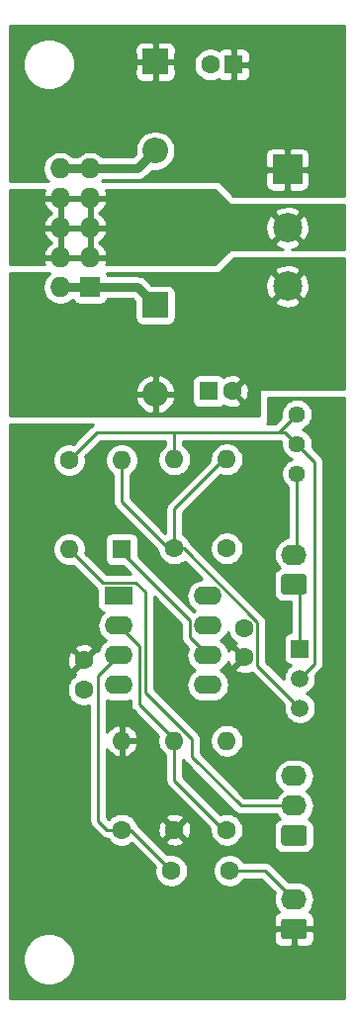
<source format=gbr>
%TF.GenerationSoftware,KiCad,Pcbnew,5.1.9-73d0e3b20d~88~ubuntu20.04.1*%
%TF.CreationDate,2021-03-31T17:04:16-04:00*%
%TF.ProjectId,MFOS_VCLFO_aux,4d464f53-5f56-4434-9c46-4f5f6175782e,rev?*%
%TF.SameCoordinates,Original*%
%TF.FileFunction,Copper,L1,Top*%
%TF.FilePolarity,Positive*%
%FSLAX46Y46*%
G04 Gerber Fmt 4.6, Leading zero omitted, Abs format (unit mm)*
G04 Created by KiCad (PCBNEW 5.1.9-73d0e3b20d~88~ubuntu20.04.1) date 2021-03-31 17:04:16*
%MOMM*%
%LPD*%
G01*
G04 APERTURE LIST*
%TA.AperFunction,ComponentPad*%
%ADD10C,1.600000*%
%TD*%
%TA.AperFunction,ComponentPad*%
%ADD11O,1.600000X1.600000*%
%TD*%
%TA.AperFunction,ComponentPad*%
%ADD12C,1.440000*%
%TD*%
%TA.AperFunction,ComponentPad*%
%ADD13O,2.400000X1.600000*%
%TD*%
%TA.AperFunction,ComponentPad*%
%ADD14R,2.400000X1.600000*%
%TD*%
%TA.AperFunction,ComponentPad*%
%ADD15R,1.727200X1.727200*%
%TD*%
%TA.AperFunction,ComponentPad*%
%ADD16O,1.727200X1.727200*%
%TD*%
%TA.AperFunction,ComponentPad*%
%ADD17R,1.500000X1.500000*%
%TD*%
%TA.AperFunction,ComponentPad*%
%ADD18C,1.500000*%
%TD*%
%TA.AperFunction,ComponentPad*%
%ADD19R,1.600000X1.600000*%
%TD*%
%TA.AperFunction,ComponentPad*%
%ADD20C,2.500000*%
%TD*%
%TA.AperFunction,ComponentPad*%
%ADD21R,2.500000X2.500000*%
%TD*%
%TA.AperFunction,ComponentPad*%
%ADD22O,2.200000X2.200000*%
%TD*%
%TA.AperFunction,ComponentPad*%
%ADD23R,2.200000X2.200000*%
%TD*%
%TA.AperFunction,ComponentPad*%
%ADD24O,2.200000X1.740000*%
%TD*%
%TA.AperFunction,Conductor*%
%ADD25C,0.750000*%
%TD*%
%TA.AperFunction,Conductor*%
%ADD26C,0.250000*%
%TD*%
%TA.AperFunction,Conductor*%
%ADD27C,0.254000*%
%TD*%
%TA.AperFunction,Conductor*%
%ADD28C,0.100000*%
%TD*%
G04 APERTURE END LIST*
D10*
%TO.P,C4,2*%
%TO.N,Net-(C4-Pad2)*%
X115250000Y-130750000D03*
%TO.P,C4,1*%
%TO.N,Net-(C4-Pad1)*%
X110250000Y-130750000D03*
%TD*%
D11*
%TO.P,R5,2*%
%TO.N,Net-(Q1-Pad2)*%
X110520000Y-95570000D03*
D10*
%TO.P,R5,1*%
%TO.N,Net-(D3-Pad2)*%
X110520000Y-103190000D03*
%TD*%
D11*
%TO.P,R6,2*%
%TO.N,Net-(J8-Pad2)*%
X101500000Y-103250000D03*
D10*
%TO.P,R6,1*%
%TO.N,Net-(Q1-Pad2)*%
X101500000Y-95630000D03*
%TD*%
D12*
%TO.P,RV1,3*%
%TO.N,Net-(Q1-Pad2)*%
X121000000Y-91710000D03*
%TO.P,RV1,2*%
X121000000Y-94250000D03*
%TO.P,RV1,1*%
%TO.N,/PIN1*%
X121000000Y-96790000D03*
%TD*%
D13*
%TO.P,U1,8*%
%TO.N,Net-(U1-Pad8)*%
X113370000Y-107250000D03*
%TO.P,U1,4*%
%TO.N,-12V*%
X105750000Y-114870000D03*
%TO.P,U1,7*%
%TO.N,+12V*%
X113370000Y-109790000D03*
%TO.P,U1,3*%
%TO.N,Net-(C4-Pad1)*%
X105750000Y-112330000D03*
%TO.P,U1,6*%
%TO.N,Net-(D3-Pad1)*%
X113370000Y-112330000D03*
%TO.P,U1,2*%
%TO.N,Net-(R1-Pad2)*%
X105750000Y-109790000D03*
%TO.P,U1,5*%
%TO.N,Net-(U1-Pad5)*%
X113370000Y-114870000D03*
D14*
%TO.P,U1,1*%
%TO.N,Net-(U1-Pad1)*%
X105750000Y-107250000D03*
%TD*%
D10*
%TO.P,C3,2*%
%TO.N,+12V*%
X116500000Y-110000000D03*
%TO.P,C3,1*%
%TO.N,GND*%
X116500000Y-112500000D03*
%TD*%
D15*
%TO.P,J1,1*%
%TO.N,Net-(D2-Pad1)*%
X103290000Y-80830000D03*
D16*
%TO.P,J1,2*%
X100750000Y-80830000D03*
%TO.P,J1,3*%
%TO.N,GND*%
X103290000Y-78290000D03*
%TO.P,J1,4*%
X100750000Y-78290000D03*
%TO.P,J1,5*%
X103290000Y-75750000D03*
%TO.P,J1,6*%
X100750000Y-75750000D03*
%TO.P,J1,7*%
X103290000Y-73210000D03*
%TO.P,J1,8*%
X100750000Y-73210000D03*
%TO.P,J1,9*%
%TO.N,Net-(D1-Pad2)*%
X103290000Y-70670000D03*
%TO.P,J1,10*%
X100750000Y-70670000D03*
%TD*%
D17*
%TO.P,Q1,1*%
%TO.N,/PIN2*%
X121250000Y-111750000D03*
D18*
%TO.P,Q1,3*%
%TO.N,Net-(D3-Pad2)*%
X121250000Y-116830000D03*
%TO.P,Q1,2*%
%TO.N,Net-(Q1-Pad2)*%
X121250000Y-114290000D03*
%TD*%
D10*
%TO.P,C2,2*%
%TO.N,-12V*%
X115450000Y-89720000D03*
D19*
%TO.P,C2,1*%
%TO.N,GND*%
X113450000Y-89720000D03*
%TD*%
D11*
%TO.P,R1,2*%
%TO.N,Net-(R1-Pad2)*%
X110520000Y-119630000D03*
D10*
%TO.P,R1,1*%
%TO.N,GND*%
X110520000Y-127250000D03*
%TD*%
D11*
%TO.P,R2,2*%
%TO.N,+12V*%
X115000000Y-119630000D03*
D10*
%TO.P,R2,1*%
%TO.N,Net-(R1-Pad2)*%
X115000000Y-127250000D03*
%TD*%
D20*
%TO.P,J2,3*%
%TO.N,-12V*%
X120181000Y-80750000D03*
%TO.P,J2,2*%
%TO.N,GND*%
X120181000Y-75750000D03*
D21*
%TO.P,J2,1*%
%TO.N,+12V*%
X120181000Y-70750000D03*
%TD*%
D22*
%TO.P,D1,2*%
%TO.N,Net-(D1-Pad2)*%
X108878000Y-69146000D03*
D23*
%TO.P,D1,1*%
%TO.N,+12V*%
X108878000Y-61526000D03*
%TD*%
D22*
%TO.P,D2,2*%
%TO.N,-12V*%
X108878000Y-89974000D03*
D23*
%TO.P,D2,1*%
%TO.N,Net-(D2-Pad1)*%
X108878000Y-82354000D03*
%TD*%
D11*
%TO.P,R3,2*%
%TO.N,Net-(D3-Pad2)*%
X115000000Y-95570000D03*
D10*
%TO.P,R3,1*%
%TO.N,+12V*%
X115000000Y-103190000D03*
%TD*%
%TO.P,C5,2*%
%TO.N,-12V*%
X102750000Y-115250000D03*
%TO.P,C5,1*%
%TO.N,GND*%
X102750000Y-112750000D03*
%TD*%
%TO.P,C1,2*%
%TO.N,GND*%
X113577000Y-61780000D03*
D19*
%TO.P,C1,1*%
%TO.N,+12V*%
X115577000Y-61780000D03*
%TD*%
D24*
%TO.P,J3,2*%
%TO.N,/PIN1*%
X120750000Y-103710000D03*
%TO.P,J3,1*%
%TO.N,/PIN2*%
%TA.AperFunction,ComponentPad*%
G36*
G01*
X121600001Y-107120000D02*
X119899999Y-107120000D01*
G75*
G02*
X119650000Y-106870001I0J249999D01*
G01*
X119650000Y-105629999D01*
G75*
G02*
X119899999Y-105380000I249999J0D01*
G01*
X121600001Y-105380000D01*
G75*
G02*
X121850000Y-105629999I0J-249999D01*
G01*
X121850000Y-106870001D01*
G75*
G02*
X121600001Y-107120000I-249999J0D01*
G01*
G37*
%TD.AperFunction*%
%TD*%
D11*
%TO.P,D3,2*%
%TO.N,Net-(D3-Pad2)*%
X106000000Y-95630000D03*
D19*
%TO.P,D3,1*%
%TO.N,Net-(D3-Pad1)*%
X106000000Y-103250000D03*
%TD*%
D11*
%TO.P,R4,2*%
%TO.N,GND*%
X106000000Y-119630000D03*
D10*
%TO.P,R4,1*%
%TO.N,Net-(C4-Pad1)*%
X106000000Y-127250000D03*
%TD*%
D24*
%TO.P,J7,2*%
%TO.N,Net-(C4-Pad2)*%
X120750000Y-133210000D03*
%TO.P,J7,1*%
%TO.N,GND*%
%TA.AperFunction,ComponentPad*%
G36*
G01*
X121600001Y-136620000D02*
X119899999Y-136620000D01*
G75*
G02*
X119650000Y-136370001I0J249999D01*
G01*
X119650000Y-135129999D01*
G75*
G02*
X119899999Y-134880000I249999J0D01*
G01*
X121600001Y-134880000D01*
G75*
G02*
X121850000Y-135129999I0J-249999D01*
G01*
X121850000Y-136370001D01*
G75*
G02*
X121600001Y-136620000I-249999J0D01*
G01*
G37*
%TD.AperFunction*%
%TD*%
%TO.P,J8,3*%
%TO.N,-12V*%
X120750000Y-122670000D03*
%TO.P,J8,2*%
%TO.N,Net-(J8-Pad2)*%
X120750000Y-125210000D03*
%TO.P,J8,1*%
%TO.N,+12V*%
%TA.AperFunction,ComponentPad*%
G36*
G01*
X121600001Y-128620000D02*
X119899999Y-128620000D01*
G75*
G02*
X119650000Y-128370001I0J249999D01*
G01*
X119650000Y-127129999D01*
G75*
G02*
X119899999Y-126880000I249999J0D01*
G01*
X121600001Y-126880000D01*
G75*
G02*
X121850000Y-127129999I0J-249999D01*
G01*
X121850000Y-128370001D01*
G75*
G02*
X121600001Y-128620000I-249999J0D01*
G01*
G37*
%TD.AperFunction*%
%TD*%
D25*
%TO.N,Net-(D1-Pad2)*%
X103290000Y-70670000D02*
X107354000Y-70670000D01*
X107354000Y-70670000D02*
X108878000Y-69146000D01*
X100750000Y-70670000D02*
X103290000Y-70670000D01*
%TO.N,Net-(D2-Pad1)*%
X107354000Y-80830000D02*
X108878000Y-82354000D01*
X100750000Y-80830000D02*
X103290000Y-80830000D01*
X103290000Y-80830000D02*
X107354000Y-80830000D01*
D26*
%TO.N,Net-(C4-Pad2)*%
X118290000Y-130750000D02*
X120750000Y-133210000D01*
X115250000Y-130750000D02*
X118290000Y-130750000D01*
%TO.N,Net-(C4-Pad1)*%
X106750000Y-127250000D02*
X110250000Y-130750000D01*
X104750000Y-127250000D02*
X106750000Y-127250000D01*
X104000000Y-126500000D02*
X104750000Y-127250000D01*
X104000000Y-114080000D02*
X104000000Y-126500000D01*
X105750000Y-112330000D02*
X104000000Y-114080000D01*
%TO.N,Net-(D3-Pad2)*%
X110520000Y-103190000D02*
X110520000Y-99800000D01*
X114750000Y-95570000D02*
X115000000Y-95570000D01*
X110520000Y-99800000D02*
X114750000Y-95570000D01*
X121250000Y-116830000D02*
X117625001Y-113205001D01*
X117625001Y-113205001D02*
X117625001Y-109513997D01*
X117625001Y-109513997D02*
X111301004Y-103190000D01*
X111301004Y-103190000D02*
X110520000Y-103190000D01*
X106000000Y-95630000D02*
X106000000Y-99170000D01*
X106000000Y-99170000D02*
X110020000Y-103190000D01*
X110020000Y-103190000D02*
X110520000Y-103190000D01*
%TO.N,Net-(D3-Pad1)*%
X113370000Y-112330000D02*
X111844990Y-110804990D01*
X111844990Y-110804990D02*
X111844990Y-109344990D01*
X111844990Y-109344990D02*
X106000000Y-103500000D01*
X106000000Y-103500000D02*
X106000000Y-103250000D01*
%TO.N,Net-(J8-Pad2)*%
X101500000Y-103250000D02*
X104374999Y-106124999D01*
X104374999Y-106124999D02*
X107210001Y-106124999D01*
X107210001Y-106124999D02*
X108000000Y-106914998D01*
X108000000Y-106914998D02*
X108000000Y-115500000D01*
X108000000Y-115500000D02*
X112000000Y-119500000D01*
X112000000Y-119500000D02*
X112000000Y-121000000D01*
X112000000Y-121000000D02*
X116210000Y-125210000D01*
X116210000Y-125210000D02*
X120750000Y-125210000D01*
%TO.N,Net-(Q1-Pad2)*%
X110520000Y-95570000D02*
X110520000Y-93250000D01*
X110520000Y-93250000D02*
X110000000Y-93250000D01*
X101500000Y-95630000D02*
X103880000Y-93250000D01*
X103880000Y-93250000D02*
X110000000Y-93250000D01*
X121000000Y-94250000D02*
X122500000Y-95750000D01*
X122500000Y-95750000D02*
X122500000Y-113040000D01*
X122500000Y-113040000D02*
X121250000Y-114290000D01*
X119460000Y-93250000D02*
X120000000Y-93250000D01*
X120000000Y-93250000D02*
X121000000Y-94250000D01*
X110000000Y-93250000D02*
X119460000Y-93250000D01*
X119460000Y-93250000D02*
X121000000Y-91710000D01*
%TO.N,Net-(R1-Pad2)*%
X114750000Y-127250000D02*
X115000000Y-127250000D01*
X110520000Y-119630000D02*
X110520000Y-123020000D01*
X110520000Y-123020000D02*
X114750000Y-127250000D01*
X110520000Y-119520000D02*
X110520000Y-119630000D01*
X107500000Y-116500000D02*
X110520000Y-119520000D01*
X107500000Y-111540000D02*
X107500000Y-116500000D01*
X105750000Y-109790000D02*
X107500000Y-111540000D01*
%TO.N,/PIN1*%
X121000000Y-96790000D02*
X121000000Y-103460000D01*
X121000000Y-103460000D02*
X120750000Y-103710000D01*
%TO.N,/PIN2*%
X121250000Y-111750000D02*
X121250000Y-106750000D01*
X121250000Y-106750000D02*
X120750000Y-106250000D01*
%TD*%
D27*
%TO.N,+12V*%
X125065000Y-73023000D02*
X115603137Y-73023000D01*
X114594660Y-72000000D01*
X118292928Y-72000000D01*
X118305188Y-72124482D01*
X118341498Y-72244180D01*
X118400463Y-72354494D01*
X118479815Y-72451185D01*
X118576506Y-72530537D01*
X118686820Y-72589502D01*
X118806518Y-72625812D01*
X118931000Y-72638072D01*
X119895250Y-72635000D01*
X120054000Y-72476250D01*
X120054000Y-70877000D01*
X120308000Y-70877000D01*
X120308000Y-72476250D01*
X120466750Y-72635000D01*
X121431000Y-72638072D01*
X121555482Y-72625812D01*
X121675180Y-72589502D01*
X121785494Y-72530537D01*
X121882185Y-72451185D01*
X121961537Y-72354494D01*
X122020502Y-72244180D01*
X122056812Y-72124482D01*
X122069072Y-72000000D01*
X122066000Y-71035750D01*
X121907250Y-70877000D01*
X120308000Y-70877000D01*
X120054000Y-70877000D01*
X118454750Y-70877000D01*
X118296000Y-71035750D01*
X118292928Y-72000000D01*
X114594660Y-72000000D01*
X114390442Y-71792842D01*
X114371310Y-71776910D01*
X114349438Y-71765018D01*
X114325666Y-71757621D01*
X114300000Y-71755000D01*
X104324341Y-71755000D01*
X104399341Y-71680000D01*
X107304392Y-71680000D01*
X107354000Y-71684886D01*
X107551994Y-71665385D01*
X107742380Y-71607632D01*
X107917840Y-71513847D01*
X108071633Y-71387633D01*
X108103261Y-71349094D01*
X108593880Y-70858476D01*
X108707117Y-70881000D01*
X109048883Y-70881000D01*
X109384081Y-70814325D01*
X109699831Y-70683537D01*
X109983998Y-70493663D01*
X110225663Y-70251998D01*
X110415537Y-69967831D01*
X110546325Y-69652081D01*
X110576575Y-69500000D01*
X118292928Y-69500000D01*
X118296000Y-70464250D01*
X118454750Y-70623000D01*
X120054000Y-70623000D01*
X120054000Y-69023750D01*
X120308000Y-69023750D01*
X120308000Y-70623000D01*
X121907250Y-70623000D01*
X122066000Y-70464250D01*
X122069072Y-69500000D01*
X122056812Y-69375518D01*
X122020502Y-69255820D01*
X121961537Y-69145506D01*
X121882185Y-69048815D01*
X121785494Y-68969463D01*
X121675180Y-68910498D01*
X121555482Y-68874188D01*
X121431000Y-68861928D01*
X120466750Y-68865000D01*
X120308000Y-69023750D01*
X120054000Y-69023750D01*
X119895250Y-68865000D01*
X118931000Y-68861928D01*
X118806518Y-68874188D01*
X118686820Y-68910498D01*
X118576506Y-68969463D01*
X118479815Y-69048815D01*
X118400463Y-69145506D01*
X118341498Y-69255820D01*
X118305188Y-69375518D01*
X118292928Y-69500000D01*
X110576575Y-69500000D01*
X110613000Y-69316883D01*
X110613000Y-68975117D01*
X110546325Y-68639919D01*
X110415537Y-68324169D01*
X110225663Y-68040002D01*
X109983998Y-67798337D01*
X109699831Y-67608463D01*
X109384081Y-67477675D01*
X109048883Y-67411000D01*
X108707117Y-67411000D01*
X108371919Y-67477675D01*
X108056169Y-67608463D01*
X107772002Y-67798337D01*
X107530337Y-68040002D01*
X107340463Y-68324169D01*
X107209675Y-68639919D01*
X107143000Y-68975117D01*
X107143000Y-69316883D01*
X107165524Y-69430120D01*
X106935645Y-69660000D01*
X104399341Y-69660000D01*
X104245302Y-69505961D01*
X103999853Y-69341958D01*
X103727125Y-69228990D01*
X103437599Y-69171400D01*
X103142401Y-69171400D01*
X102852875Y-69228990D01*
X102580147Y-69341958D01*
X102334698Y-69505961D01*
X102180659Y-69660000D01*
X101859341Y-69660000D01*
X101705302Y-69505961D01*
X101459853Y-69341958D01*
X101187125Y-69228990D01*
X100897599Y-69171400D01*
X100602401Y-69171400D01*
X100312875Y-69228990D01*
X100040147Y-69341958D01*
X99794698Y-69505961D01*
X99585961Y-69714698D01*
X99421958Y-69960147D01*
X99308990Y-70232875D01*
X99251400Y-70522401D01*
X99251400Y-70817599D01*
X99308990Y-71107125D01*
X99421958Y-71379853D01*
X99585961Y-71625302D01*
X99715659Y-71755000D01*
X96435000Y-71755000D01*
X96435000Y-61529872D01*
X97515000Y-61529872D01*
X97515000Y-61970128D01*
X97600890Y-62401925D01*
X97769369Y-62808669D01*
X98013962Y-63174729D01*
X98325271Y-63486038D01*
X98691331Y-63730631D01*
X99098075Y-63899110D01*
X99529872Y-63985000D01*
X99970128Y-63985000D01*
X100401925Y-63899110D01*
X100808669Y-63730631D01*
X101174729Y-63486038D01*
X101486038Y-63174729D01*
X101730631Y-62808669D01*
X101806295Y-62626000D01*
X107139928Y-62626000D01*
X107152188Y-62750482D01*
X107188498Y-62870180D01*
X107247463Y-62980494D01*
X107326815Y-63077185D01*
X107423506Y-63156537D01*
X107533820Y-63215502D01*
X107653518Y-63251812D01*
X107778000Y-63264072D01*
X108592250Y-63261000D01*
X108751000Y-63102250D01*
X108751000Y-61653000D01*
X109005000Y-61653000D01*
X109005000Y-63102250D01*
X109163750Y-63261000D01*
X109978000Y-63264072D01*
X110102482Y-63251812D01*
X110222180Y-63215502D01*
X110332494Y-63156537D01*
X110429185Y-63077185D01*
X110508537Y-62980494D01*
X110567502Y-62870180D01*
X110603812Y-62750482D01*
X110616072Y-62626000D01*
X110613000Y-61811750D01*
X110454250Y-61653000D01*
X109005000Y-61653000D01*
X108751000Y-61653000D01*
X107301750Y-61653000D01*
X107143000Y-61811750D01*
X107139928Y-62626000D01*
X101806295Y-62626000D01*
X101899110Y-62401925D01*
X101985000Y-61970128D01*
X101985000Y-61638665D01*
X112142000Y-61638665D01*
X112142000Y-61921335D01*
X112197147Y-62198574D01*
X112305320Y-62459727D01*
X112462363Y-62694759D01*
X112662241Y-62894637D01*
X112897273Y-63051680D01*
X113158426Y-63159853D01*
X113435665Y-63215000D01*
X113718335Y-63215000D01*
X113995574Y-63159853D01*
X114256727Y-63051680D01*
X114312210Y-63014607D01*
X114325815Y-63031185D01*
X114422506Y-63110537D01*
X114532820Y-63169502D01*
X114652518Y-63205812D01*
X114777000Y-63218072D01*
X115291250Y-63215000D01*
X115450000Y-63056250D01*
X115450000Y-61907000D01*
X115704000Y-61907000D01*
X115704000Y-63056250D01*
X115862750Y-63215000D01*
X116377000Y-63218072D01*
X116501482Y-63205812D01*
X116621180Y-63169502D01*
X116731494Y-63110537D01*
X116828185Y-63031185D01*
X116907537Y-62934494D01*
X116966502Y-62824180D01*
X117002812Y-62704482D01*
X117015072Y-62580000D01*
X117012000Y-62065750D01*
X116853250Y-61907000D01*
X115704000Y-61907000D01*
X115450000Y-61907000D01*
X115430000Y-61907000D01*
X115430000Y-61653000D01*
X115450000Y-61653000D01*
X115450000Y-60503750D01*
X115704000Y-60503750D01*
X115704000Y-61653000D01*
X116853250Y-61653000D01*
X117012000Y-61494250D01*
X117015072Y-60980000D01*
X117002812Y-60855518D01*
X116966502Y-60735820D01*
X116907537Y-60625506D01*
X116828185Y-60528815D01*
X116731494Y-60449463D01*
X116621180Y-60390498D01*
X116501482Y-60354188D01*
X116377000Y-60341928D01*
X115862750Y-60345000D01*
X115704000Y-60503750D01*
X115450000Y-60503750D01*
X115291250Y-60345000D01*
X114777000Y-60341928D01*
X114652518Y-60354188D01*
X114532820Y-60390498D01*
X114422506Y-60449463D01*
X114325815Y-60528815D01*
X114312210Y-60545393D01*
X114256727Y-60508320D01*
X113995574Y-60400147D01*
X113718335Y-60345000D01*
X113435665Y-60345000D01*
X113158426Y-60400147D01*
X112897273Y-60508320D01*
X112662241Y-60665363D01*
X112462363Y-60865241D01*
X112305320Y-61100273D01*
X112197147Y-61361426D01*
X112142000Y-61638665D01*
X101985000Y-61638665D01*
X101985000Y-61529872D01*
X101899110Y-61098075D01*
X101730631Y-60691331D01*
X101553343Y-60426000D01*
X107139928Y-60426000D01*
X107143000Y-61240250D01*
X107301750Y-61399000D01*
X108751000Y-61399000D01*
X108751000Y-59949750D01*
X109005000Y-59949750D01*
X109005000Y-61399000D01*
X110454250Y-61399000D01*
X110613000Y-61240250D01*
X110616072Y-60426000D01*
X110603812Y-60301518D01*
X110567502Y-60181820D01*
X110508537Y-60071506D01*
X110429185Y-59974815D01*
X110332494Y-59895463D01*
X110222180Y-59836498D01*
X110102482Y-59800188D01*
X109978000Y-59787928D01*
X109163750Y-59791000D01*
X109005000Y-59949750D01*
X108751000Y-59949750D01*
X108592250Y-59791000D01*
X107778000Y-59787928D01*
X107653518Y-59800188D01*
X107533820Y-59836498D01*
X107423506Y-59895463D01*
X107326815Y-59974815D01*
X107247463Y-60071506D01*
X107188498Y-60181820D01*
X107152188Y-60301518D01*
X107139928Y-60426000D01*
X101553343Y-60426000D01*
X101486038Y-60325271D01*
X101174729Y-60013962D01*
X100808669Y-59769369D01*
X100401925Y-59600890D01*
X99970128Y-59515000D01*
X99529872Y-59515000D01*
X99098075Y-59600890D01*
X98691331Y-59769369D01*
X98325271Y-60013962D01*
X98013962Y-60325271D01*
X97769369Y-60691331D01*
X97600890Y-61098075D01*
X97515000Y-61529872D01*
X96435000Y-61529872D01*
X96435000Y-58435000D01*
X125065000Y-58435000D01*
X125065000Y-73023000D01*
%TA.AperFunction,Conductor*%
D28*
G36*
X125065000Y-73023000D02*
G01*
X115603137Y-73023000D01*
X114594660Y-72000000D01*
X118292928Y-72000000D01*
X118305188Y-72124482D01*
X118341498Y-72244180D01*
X118400463Y-72354494D01*
X118479815Y-72451185D01*
X118576506Y-72530537D01*
X118686820Y-72589502D01*
X118806518Y-72625812D01*
X118931000Y-72638072D01*
X119895250Y-72635000D01*
X120054000Y-72476250D01*
X120054000Y-70877000D01*
X120308000Y-70877000D01*
X120308000Y-72476250D01*
X120466750Y-72635000D01*
X121431000Y-72638072D01*
X121555482Y-72625812D01*
X121675180Y-72589502D01*
X121785494Y-72530537D01*
X121882185Y-72451185D01*
X121961537Y-72354494D01*
X122020502Y-72244180D01*
X122056812Y-72124482D01*
X122069072Y-72000000D01*
X122066000Y-71035750D01*
X121907250Y-70877000D01*
X120308000Y-70877000D01*
X120054000Y-70877000D01*
X118454750Y-70877000D01*
X118296000Y-71035750D01*
X118292928Y-72000000D01*
X114594660Y-72000000D01*
X114390442Y-71792842D01*
X114371310Y-71776910D01*
X114349438Y-71765018D01*
X114325666Y-71757621D01*
X114300000Y-71755000D01*
X104324341Y-71755000D01*
X104399341Y-71680000D01*
X107304392Y-71680000D01*
X107354000Y-71684886D01*
X107551994Y-71665385D01*
X107742380Y-71607632D01*
X107917840Y-71513847D01*
X108071633Y-71387633D01*
X108103261Y-71349094D01*
X108593880Y-70858476D01*
X108707117Y-70881000D01*
X109048883Y-70881000D01*
X109384081Y-70814325D01*
X109699831Y-70683537D01*
X109983998Y-70493663D01*
X110225663Y-70251998D01*
X110415537Y-69967831D01*
X110546325Y-69652081D01*
X110576575Y-69500000D01*
X118292928Y-69500000D01*
X118296000Y-70464250D01*
X118454750Y-70623000D01*
X120054000Y-70623000D01*
X120054000Y-69023750D01*
X120308000Y-69023750D01*
X120308000Y-70623000D01*
X121907250Y-70623000D01*
X122066000Y-70464250D01*
X122069072Y-69500000D01*
X122056812Y-69375518D01*
X122020502Y-69255820D01*
X121961537Y-69145506D01*
X121882185Y-69048815D01*
X121785494Y-68969463D01*
X121675180Y-68910498D01*
X121555482Y-68874188D01*
X121431000Y-68861928D01*
X120466750Y-68865000D01*
X120308000Y-69023750D01*
X120054000Y-69023750D01*
X119895250Y-68865000D01*
X118931000Y-68861928D01*
X118806518Y-68874188D01*
X118686820Y-68910498D01*
X118576506Y-68969463D01*
X118479815Y-69048815D01*
X118400463Y-69145506D01*
X118341498Y-69255820D01*
X118305188Y-69375518D01*
X118292928Y-69500000D01*
X110576575Y-69500000D01*
X110613000Y-69316883D01*
X110613000Y-68975117D01*
X110546325Y-68639919D01*
X110415537Y-68324169D01*
X110225663Y-68040002D01*
X109983998Y-67798337D01*
X109699831Y-67608463D01*
X109384081Y-67477675D01*
X109048883Y-67411000D01*
X108707117Y-67411000D01*
X108371919Y-67477675D01*
X108056169Y-67608463D01*
X107772002Y-67798337D01*
X107530337Y-68040002D01*
X107340463Y-68324169D01*
X107209675Y-68639919D01*
X107143000Y-68975117D01*
X107143000Y-69316883D01*
X107165524Y-69430120D01*
X106935645Y-69660000D01*
X104399341Y-69660000D01*
X104245302Y-69505961D01*
X103999853Y-69341958D01*
X103727125Y-69228990D01*
X103437599Y-69171400D01*
X103142401Y-69171400D01*
X102852875Y-69228990D01*
X102580147Y-69341958D01*
X102334698Y-69505961D01*
X102180659Y-69660000D01*
X101859341Y-69660000D01*
X101705302Y-69505961D01*
X101459853Y-69341958D01*
X101187125Y-69228990D01*
X100897599Y-69171400D01*
X100602401Y-69171400D01*
X100312875Y-69228990D01*
X100040147Y-69341958D01*
X99794698Y-69505961D01*
X99585961Y-69714698D01*
X99421958Y-69960147D01*
X99308990Y-70232875D01*
X99251400Y-70522401D01*
X99251400Y-70817599D01*
X99308990Y-71107125D01*
X99421958Y-71379853D01*
X99585961Y-71625302D01*
X99715659Y-71755000D01*
X96435000Y-71755000D01*
X96435000Y-61529872D01*
X97515000Y-61529872D01*
X97515000Y-61970128D01*
X97600890Y-62401925D01*
X97769369Y-62808669D01*
X98013962Y-63174729D01*
X98325271Y-63486038D01*
X98691331Y-63730631D01*
X99098075Y-63899110D01*
X99529872Y-63985000D01*
X99970128Y-63985000D01*
X100401925Y-63899110D01*
X100808669Y-63730631D01*
X101174729Y-63486038D01*
X101486038Y-63174729D01*
X101730631Y-62808669D01*
X101806295Y-62626000D01*
X107139928Y-62626000D01*
X107152188Y-62750482D01*
X107188498Y-62870180D01*
X107247463Y-62980494D01*
X107326815Y-63077185D01*
X107423506Y-63156537D01*
X107533820Y-63215502D01*
X107653518Y-63251812D01*
X107778000Y-63264072D01*
X108592250Y-63261000D01*
X108751000Y-63102250D01*
X108751000Y-61653000D01*
X109005000Y-61653000D01*
X109005000Y-63102250D01*
X109163750Y-63261000D01*
X109978000Y-63264072D01*
X110102482Y-63251812D01*
X110222180Y-63215502D01*
X110332494Y-63156537D01*
X110429185Y-63077185D01*
X110508537Y-62980494D01*
X110567502Y-62870180D01*
X110603812Y-62750482D01*
X110616072Y-62626000D01*
X110613000Y-61811750D01*
X110454250Y-61653000D01*
X109005000Y-61653000D01*
X108751000Y-61653000D01*
X107301750Y-61653000D01*
X107143000Y-61811750D01*
X107139928Y-62626000D01*
X101806295Y-62626000D01*
X101899110Y-62401925D01*
X101985000Y-61970128D01*
X101985000Y-61638665D01*
X112142000Y-61638665D01*
X112142000Y-61921335D01*
X112197147Y-62198574D01*
X112305320Y-62459727D01*
X112462363Y-62694759D01*
X112662241Y-62894637D01*
X112897273Y-63051680D01*
X113158426Y-63159853D01*
X113435665Y-63215000D01*
X113718335Y-63215000D01*
X113995574Y-63159853D01*
X114256727Y-63051680D01*
X114312210Y-63014607D01*
X114325815Y-63031185D01*
X114422506Y-63110537D01*
X114532820Y-63169502D01*
X114652518Y-63205812D01*
X114777000Y-63218072D01*
X115291250Y-63215000D01*
X115450000Y-63056250D01*
X115450000Y-61907000D01*
X115704000Y-61907000D01*
X115704000Y-63056250D01*
X115862750Y-63215000D01*
X116377000Y-63218072D01*
X116501482Y-63205812D01*
X116621180Y-63169502D01*
X116731494Y-63110537D01*
X116828185Y-63031185D01*
X116907537Y-62934494D01*
X116966502Y-62824180D01*
X117002812Y-62704482D01*
X117015072Y-62580000D01*
X117012000Y-62065750D01*
X116853250Y-61907000D01*
X115704000Y-61907000D01*
X115450000Y-61907000D01*
X115430000Y-61907000D01*
X115430000Y-61653000D01*
X115450000Y-61653000D01*
X115450000Y-60503750D01*
X115704000Y-60503750D01*
X115704000Y-61653000D01*
X116853250Y-61653000D01*
X117012000Y-61494250D01*
X117015072Y-60980000D01*
X117002812Y-60855518D01*
X116966502Y-60735820D01*
X116907537Y-60625506D01*
X116828185Y-60528815D01*
X116731494Y-60449463D01*
X116621180Y-60390498D01*
X116501482Y-60354188D01*
X116377000Y-60341928D01*
X115862750Y-60345000D01*
X115704000Y-60503750D01*
X115450000Y-60503750D01*
X115291250Y-60345000D01*
X114777000Y-60341928D01*
X114652518Y-60354188D01*
X114532820Y-60390498D01*
X114422506Y-60449463D01*
X114325815Y-60528815D01*
X114312210Y-60545393D01*
X114256727Y-60508320D01*
X113995574Y-60400147D01*
X113718335Y-60345000D01*
X113435665Y-60345000D01*
X113158426Y-60400147D01*
X112897273Y-60508320D01*
X112662241Y-60665363D01*
X112462363Y-60865241D01*
X112305320Y-61100273D01*
X112197147Y-61361426D01*
X112142000Y-61638665D01*
X101985000Y-61638665D01*
X101985000Y-61529872D01*
X101899110Y-61098075D01*
X101730631Y-60691331D01*
X101553343Y-60426000D01*
X107139928Y-60426000D01*
X107143000Y-61240250D01*
X107301750Y-61399000D01*
X108751000Y-61399000D01*
X108751000Y-59949750D01*
X109005000Y-59949750D01*
X109005000Y-61399000D01*
X110454250Y-61399000D01*
X110613000Y-61240250D01*
X110616072Y-60426000D01*
X110603812Y-60301518D01*
X110567502Y-60181820D01*
X110508537Y-60071506D01*
X110429185Y-59974815D01*
X110332494Y-59895463D01*
X110222180Y-59836498D01*
X110102482Y-59800188D01*
X109978000Y-59787928D01*
X109163750Y-59791000D01*
X109005000Y-59949750D01*
X108751000Y-59949750D01*
X108592250Y-59791000D01*
X107778000Y-59787928D01*
X107653518Y-59800188D01*
X107533820Y-59836498D01*
X107423506Y-59895463D01*
X107326815Y-59974815D01*
X107247463Y-60071506D01*
X107188498Y-60181820D01*
X107152188Y-60301518D01*
X107139928Y-60426000D01*
X101553343Y-60426000D01*
X101486038Y-60325271D01*
X101174729Y-60013962D01*
X100808669Y-59769369D01*
X100401925Y-59600890D01*
X99970128Y-59515000D01*
X99529872Y-59515000D01*
X99098075Y-59600890D01*
X98691331Y-59769369D01*
X98325271Y-60013962D01*
X98013962Y-60325271D01*
X97769369Y-60691331D01*
X97600890Y-61098075D01*
X97515000Y-61529872D01*
X96435000Y-61529872D01*
X96435000Y-58435000D01*
X125065000Y-58435000D01*
X125065000Y-73023000D01*
G37*
%TD.AperFunction*%
%TD*%
D27*
%TO.N,-12V*%
X125065000Y-89535000D02*
X117856000Y-89535000D01*
X117831224Y-89537440D01*
X117807399Y-89544667D01*
X117785443Y-89556403D01*
X117766197Y-89572197D01*
X117750403Y-89591443D01*
X117738667Y-89613399D01*
X117731440Y-89637224D01*
X117729000Y-89662000D01*
X117729000Y-91821000D01*
X96435000Y-91821000D01*
X96435000Y-90370123D01*
X107188821Y-90370123D01*
X107298558Y-90692054D01*
X107468992Y-90986391D01*
X107693573Y-91241822D01*
X107963671Y-91448531D01*
X108268906Y-91598575D01*
X108481878Y-91663175D01*
X108751000Y-91545125D01*
X108751000Y-90101000D01*
X109005000Y-90101000D01*
X109005000Y-91545125D01*
X109274122Y-91663175D01*
X109487094Y-91598575D01*
X109792329Y-91448531D01*
X110062427Y-91241822D01*
X110287008Y-90986391D01*
X110457442Y-90692054D01*
X110567179Y-90370123D01*
X110449600Y-90101000D01*
X109005000Y-90101000D01*
X108751000Y-90101000D01*
X107306400Y-90101000D01*
X107188821Y-90370123D01*
X96435000Y-90370123D01*
X96435000Y-89577877D01*
X107188821Y-89577877D01*
X107306400Y-89847000D01*
X108751000Y-89847000D01*
X108751000Y-88402875D01*
X109005000Y-88402875D01*
X109005000Y-89847000D01*
X110449600Y-89847000D01*
X110567179Y-89577877D01*
X110457442Y-89255946D01*
X110287008Y-88961609D01*
X110250425Y-88920000D01*
X112011928Y-88920000D01*
X112011928Y-90520000D01*
X112024188Y-90644482D01*
X112060498Y-90764180D01*
X112119463Y-90874494D01*
X112198815Y-90971185D01*
X112295506Y-91050537D01*
X112405820Y-91109502D01*
X112525518Y-91145812D01*
X112650000Y-91158072D01*
X114250000Y-91158072D01*
X114374482Y-91145812D01*
X114494180Y-91109502D01*
X114604494Y-91050537D01*
X114701185Y-90971185D01*
X114711807Y-90958242D01*
X114963996Y-91077571D01*
X115238184Y-91146300D01*
X115520512Y-91160217D01*
X115800130Y-91118787D01*
X116066292Y-91023603D01*
X116191514Y-90956671D01*
X116263097Y-90712702D01*
X115450000Y-89899605D01*
X115435858Y-89913748D01*
X115256253Y-89734143D01*
X115270395Y-89720000D01*
X115629605Y-89720000D01*
X116442702Y-90533097D01*
X116686671Y-90461514D01*
X116807571Y-90206004D01*
X116876300Y-89931816D01*
X116890217Y-89649488D01*
X116848787Y-89369870D01*
X116753603Y-89103708D01*
X116686671Y-88978486D01*
X116442702Y-88906903D01*
X115629605Y-89720000D01*
X115270395Y-89720000D01*
X115256253Y-89705858D01*
X115435858Y-89526253D01*
X115450000Y-89540395D01*
X116263097Y-88727298D01*
X116191514Y-88483329D01*
X115936004Y-88362429D01*
X115661816Y-88293700D01*
X115379488Y-88279783D01*
X115099870Y-88321213D01*
X114833708Y-88416397D01*
X114711691Y-88481616D01*
X114701185Y-88468815D01*
X114604494Y-88389463D01*
X114494180Y-88330498D01*
X114374482Y-88294188D01*
X114250000Y-88281928D01*
X112650000Y-88281928D01*
X112525518Y-88294188D01*
X112405820Y-88330498D01*
X112295506Y-88389463D01*
X112198815Y-88468815D01*
X112119463Y-88565506D01*
X112060498Y-88675820D01*
X112024188Y-88795518D01*
X112011928Y-88920000D01*
X110250425Y-88920000D01*
X110062427Y-88706178D01*
X109792329Y-88499469D01*
X109487094Y-88349425D01*
X109274122Y-88284825D01*
X109005000Y-88402875D01*
X108751000Y-88402875D01*
X108481878Y-88284825D01*
X108268906Y-88349425D01*
X107963671Y-88499469D01*
X107693573Y-88706178D01*
X107468992Y-88961609D01*
X107298558Y-89255946D01*
X107188821Y-89577877D01*
X96435000Y-89577877D01*
X96435000Y-79629000D01*
X99850014Y-79629000D01*
X99794698Y-79665961D01*
X99585961Y-79874698D01*
X99421958Y-80120147D01*
X99308990Y-80392875D01*
X99251400Y-80682401D01*
X99251400Y-80977599D01*
X99308990Y-81267125D01*
X99421958Y-81539853D01*
X99585961Y-81785302D01*
X99794698Y-81994039D01*
X100040147Y-82158042D01*
X100312875Y-82271010D01*
X100602401Y-82328600D01*
X100897599Y-82328600D01*
X101187125Y-82271010D01*
X101459853Y-82158042D01*
X101705302Y-81994039D01*
X101819364Y-81879977D01*
X101836898Y-81937780D01*
X101895863Y-82048094D01*
X101975215Y-82144785D01*
X102071906Y-82224137D01*
X102182220Y-82283102D01*
X102301918Y-82319412D01*
X102426400Y-82331672D01*
X104153600Y-82331672D01*
X104278082Y-82319412D01*
X104397780Y-82283102D01*
X104508094Y-82224137D01*
X104604785Y-82144785D01*
X104684137Y-82048094D01*
X104743102Y-81937780D01*
X104772763Y-81840000D01*
X106935645Y-81840000D01*
X107139928Y-82044283D01*
X107139928Y-83454000D01*
X107152188Y-83578482D01*
X107188498Y-83698180D01*
X107247463Y-83808494D01*
X107326815Y-83905185D01*
X107423506Y-83984537D01*
X107533820Y-84043502D01*
X107653518Y-84079812D01*
X107778000Y-84092072D01*
X109978000Y-84092072D01*
X110102482Y-84079812D01*
X110222180Y-84043502D01*
X110332494Y-83984537D01*
X110429185Y-83905185D01*
X110508537Y-83808494D01*
X110567502Y-83698180D01*
X110603812Y-83578482D01*
X110616072Y-83454000D01*
X110616072Y-82063605D01*
X119047000Y-82063605D01*
X119172914Y-82353577D01*
X119505126Y-82519433D01*
X119863312Y-82617290D01*
X120233706Y-82643389D01*
X120602075Y-82596725D01*
X120954262Y-82479094D01*
X121189086Y-82353577D01*
X121315000Y-82063605D01*
X120181000Y-80929605D01*
X119047000Y-82063605D01*
X110616072Y-82063605D01*
X110616072Y-81254000D01*
X110603812Y-81129518D01*
X110567502Y-81009820D01*
X110508537Y-80899506D01*
X110429185Y-80802815D01*
X110429053Y-80802706D01*
X118287611Y-80802706D01*
X118334275Y-81171075D01*
X118451906Y-81523262D01*
X118577423Y-81758086D01*
X118867395Y-81884000D01*
X120001395Y-80750000D01*
X120360605Y-80750000D01*
X121494605Y-81884000D01*
X121784577Y-81758086D01*
X121950433Y-81425874D01*
X122048290Y-81067688D01*
X122074389Y-80697294D01*
X122027725Y-80328925D01*
X121910094Y-79976738D01*
X121784577Y-79741914D01*
X121494605Y-79616000D01*
X120360605Y-80750000D01*
X120001395Y-80750000D01*
X118867395Y-79616000D01*
X118577423Y-79741914D01*
X118411567Y-80074126D01*
X118313710Y-80432312D01*
X118287611Y-80802706D01*
X110429053Y-80802706D01*
X110332494Y-80723463D01*
X110222180Y-80664498D01*
X110102482Y-80628188D01*
X109978000Y-80615928D01*
X108568283Y-80615928D01*
X108103261Y-80150906D01*
X108071633Y-80112367D01*
X107917840Y-79986153D01*
X107742380Y-79892368D01*
X107551994Y-79834615D01*
X107403608Y-79820000D01*
X107354000Y-79815114D01*
X107304392Y-79820000D01*
X104772763Y-79820000D01*
X104743102Y-79722220D01*
X104693274Y-79629000D01*
X114303943Y-79629000D01*
X114328719Y-79626560D01*
X114352544Y-79619333D01*
X114374500Y-79607597D01*
X114393885Y-79591663D01*
X114548670Y-79436395D01*
X119047000Y-79436395D01*
X120181000Y-80570395D01*
X121315000Y-79436395D01*
X121189086Y-79146423D01*
X120856874Y-78980567D01*
X120498688Y-78882710D01*
X120128294Y-78856611D01*
X119759925Y-78903275D01*
X119407738Y-79020906D01*
X119172914Y-79146423D01*
X119047000Y-79436395D01*
X114548670Y-79436395D01*
X115622721Y-78359000D01*
X125065000Y-78359000D01*
X125065000Y-89535000D01*
%TA.AperFunction,Conductor*%
D28*
G36*
X125065000Y-89535000D02*
G01*
X117856000Y-89535000D01*
X117831224Y-89537440D01*
X117807399Y-89544667D01*
X117785443Y-89556403D01*
X117766197Y-89572197D01*
X117750403Y-89591443D01*
X117738667Y-89613399D01*
X117731440Y-89637224D01*
X117729000Y-89662000D01*
X117729000Y-91821000D01*
X96435000Y-91821000D01*
X96435000Y-90370123D01*
X107188821Y-90370123D01*
X107298558Y-90692054D01*
X107468992Y-90986391D01*
X107693573Y-91241822D01*
X107963671Y-91448531D01*
X108268906Y-91598575D01*
X108481878Y-91663175D01*
X108751000Y-91545125D01*
X108751000Y-90101000D01*
X109005000Y-90101000D01*
X109005000Y-91545125D01*
X109274122Y-91663175D01*
X109487094Y-91598575D01*
X109792329Y-91448531D01*
X110062427Y-91241822D01*
X110287008Y-90986391D01*
X110457442Y-90692054D01*
X110567179Y-90370123D01*
X110449600Y-90101000D01*
X109005000Y-90101000D01*
X108751000Y-90101000D01*
X107306400Y-90101000D01*
X107188821Y-90370123D01*
X96435000Y-90370123D01*
X96435000Y-89577877D01*
X107188821Y-89577877D01*
X107306400Y-89847000D01*
X108751000Y-89847000D01*
X108751000Y-88402875D01*
X109005000Y-88402875D01*
X109005000Y-89847000D01*
X110449600Y-89847000D01*
X110567179Y-89577877D01*
X110457442Y-89255946D01*
X110287008Y-88961609D01*
X110250425Y-88920000D01*
X112011928Y-88920000D01*
X112011928Y-90520000D01*
X112024188Y-90644482D01*
X112060498Y-90764180D01*
X112119463Y-90874494D01*
X112198815Y-90971185D01*
X112295506Y-91050537D01*
X112405820Y-91109502D01*
X112525518Y-91145812D01*
X112650000Y-91158072D01*
X114250000Y-91158072D01*
X114374482Y-91145812D01*
X114494180Y-91109502D01*
X114604494Y-91050537D01*
X114701185Y-90971185D01*
X114711807Y-90958242D01*
X114963996Y-91077571D01*
X115238184Y-91146300D01*
X115520512Y-91160217D01*
X115800130Y-91118787D01*
X116066292Y-91023603D01*
X116191514Y-90956671D01*
X116263097Y-90712702D01*
X115450000Y-89899605D01*
X115435858Y-89913748D01*
X115256253Y-89734143D01*
X115270395Y-89720000D01*
X115629605Y-89720000D01*
X116442702Y-90533097D01*
X116686671Y-90461514D01*
X116807571Y-90206004D01*
X116876300Y-89931816D01*
X116890217Y-89649488D01*
X116848787Y-89369870D01*
X116753603Y-89103708D01*
X116686671Y-88978486D01*
X116442702Y-88906903D01*
X115629605Y-89720000D01*
X115270395Y-89720000D01*
X115256253Y-89705858D01*
X115435858Y-89526253D01*
X115450000Y-89540395D01*
X116263097Y-88727298D01*
X116191514Y-88483329D01*
X115936004Y-88362429D01*
X115661816Y-88293700D01*
X115379488Y-88279783D01*
X115099870Y-88321213D01*
X114833708Y-88416397D01*
X114711691Y-88481616D01*
X114701185Y-88468815D01*
X114604494Y-88389463D01*
X114494180Y-88330498D01*
X114374482Y-88294188D01*
X114250000Y-88281928D01*
X112650000Y-88281928D01*
X112525518Y-88294188D01*
X112405820Y-88330498D01*
X112295506Y-88389463D01*
X112198815Y-88468815D01*
X112119463Y-88565506D01*
X112060498Y-88675820D01*
X112024188Y-88795518D01*
X112011928Y-88920000D01*
X110250425Y-88920000D01*
X110062427Y-88706178D01*
X109792329Y-88499469D01*
X109487094Y-88349425D01*
X109274122Y-88284825D01*
X109005000Y-88402875D01*
X108751000Y-88402875D01*
X108481878Y-88284825D01*
X108268906Y-88349425D01*
X107963671Y-88499469D01*
X107693573Y-88706178D01*
X107468992Y-88961609D01*
X107298558Y-89255946D01*
X107188821Y-89577877D01*
X96435000Y-89577877D01*
X96435000Y-79629000D01*
X99850014Y-79629000D01*
X99794698Y-79665961D01*
X99585961Y-79874698D01*
X99421958Y-80120147D01*
X99308990Y-80392875D01*
X99251400Y-80682401D01*
X99251400Y-80977599D01*
X99308990Y-81267125D01*
X99421958Y-81539853D01*
X99585961Y-81785302D01*
X99794698Y-81994039D01*
X100040147Y-82158042D01*
X100312875Y-82271010D01*
X100602401Y-82328600D01*
X100897599Y-82328600D01*
X101187125Y-82271010D01*
X101459853Y-82158042D01*
X101705302Y-81994039D01*
X101819364Y-81879977D01*
X101836898Y-81937780D01*
X101895863Y-82048094D01*
X101975215Y-82144785D01*
X102071906Y-82224137D01*
X102182220Y-82283102D01*
X102301918Y-82319412D01*
X102426400Y-82331672D01*
X104153600Y-82331672D01*
X104278082Y-82319412D01*
X104397780Y-82283102D01*
X104508094Y-82224137D01*
X104604785Y-82144785D01*
X104684137Y-82048094D01*
X104743102Y-81937780D01*
X104772763Y-81840000D01*
X106935645Y-81840000D01*
X107139928Y-82044283D01*
X107139928Y-83454000D01*
X107152188Y-83578482D01*
X107188498Y-83698180D01*
X107247463Y-83808494D01*
X107326815Y-83905185D01*
X107423506Y-83984537D01*
X107533820Y-84043502D01*
X107653518Y-84079812D01*
X107778000Y-84092072D01*
X109978000Y-84092072D01*
X110102482Y-84079812D01*
X110222180Y-84043502D01*
X110332494Y-83984537D01*
X110429185Y-83905185D01*
X110508537Y-83808494D01*
X110567502Y-83698180D01*
X110603812Y-83578482D01*
X110616072Y-83454000D01*
X110616072Y-82063605D01*
X119047000Y-82063605D01*
X119172914Y-82353577D01*
X119505126Y-82519433D01*
X119863312Y-82617290D01*
X120233706Y-82643389D01*
X120602075Y-82596725D01*
X120954262Y-82479094D01*
X121189086Y-82353577D01*
X121315000Y-82063605D01*
X120181000Y-80929605D01*
X119047000Y-82063605D01*
X110616072Y-82063605D01*
X110616072Y-81254000D01*
X110603812Y-81129518D01*
X110567502Y-81009820D01*
X110508537Y-80899506D01*
X110429185Y-80802815D01*
X110429053Y-80802706D01*
X118287611Y-80802706D01*
X118334275Y-81171075D01*
X118451906Y-81523262D01*
X118577423Y-81758086D01*
X118867395Y-81884000D01*
X120001395Y-80750000D01*
X120360605Y-80750000D01*
X121494605Y-81884000D01*
X121784577Y-81758086D01*
X121950433Y-81425874D01*
X122048290Y-81067688D01*
X122074389Y-80697294D01*
X122027725Y-80328925D01*
X121910094Y-79976738D01*
X121784577Y-79741914D01*
X121494605Y-79616000D01*
X120360605Y-80750000D01*
X120001395Y-80750000D01*
X118867395Y-79616000D01*
X118577423Y-79741914D01*
X118411567Y-80074126D01*
X118313710Y-80432312D01*
X118287611Y-80802706D01*
X110429053Y-80802706D01*
X110332494Y-80723463D01*
X110222180Y-80664498D01*
X110102482Y-80628188D01*
X109978000Y-80615928D01*
X108568283Y-80615928D01*
X108103261Y-80150906D01*
X108071633Y-80112367D01*
X107917840Y-79986153D01*
X107742380Y-79892368D01*
X107551994Y-79834615D01*
X107403608Y-79820000D01*
X107354000Y-79815114D01*
X107304392Y-79820000D01*
X104772763Y-79820000D01*
X104743102Y-79722220D01*
X104693274Y-79629000D01*
X114303943Y-79629000D01*
X114328719Y-79626560D01*
X114352544Y-79619333D01*
X114374500Y-79607597D01*
X114393885Y-79591663D01*
X114548670Y-79436395D01*
X119047000Y-79436395D01*
X120181000Y-80570395D01*
X121315000Y-79436395D01*
X121189086Y-79146423D01*
X120856874Y-78980567D01*
X120498688Y-78882710D01*
X120128294Y-78856611D01*
X119759925Y-78903275D01*
X119407738Y-79020906D01*
X119172914Y-79146423D01*
X119047000Y-79436395D01*
X114548670Y-79436395D01*
X115622721Y-78359000D01*
X125065000Y-78359000D01*
X125065000Y-89535000D01*
G37*
%TD.AperFunction*%
%TD*%
D27*
%TO.N,GND*%
X125065001Y-141665000D02*
X96435000Y-141665000D01*
X96435000Y-138129872D01*
X97515000Y-138129872D01*
X97515000Y-138570128D01*
X97600890Y-139001925D01*
X97769369Y-139408669D01*
X98013962Y-139774729D01*
X98325271Y-140086038D01*
X98691331Y-140330631D01*
X99098075Y-140499110D01*
X99529872Y-140585000D01*
X99970128Y-140585000D01*
X100401925Y-140499110D01*
X100808669Y-140330631D01*
X101174729Y-140086038D01*
X101486038Y-139774729D01*
X101730631Y-139408669D01*
X101899110Y-139001925D01*
X101985000Y-138570128D01*
X101985000Y-138129872D01*
X101899110Y-137698075D01*
X101730631Y-137291331D01*
X101486038Y-136925271D01*
X101180767Y-136620000D01*
X119011928Y-136620000D01*
X119024188Y-136744482D01*
X119060498Y-136864180D01*
X119119463Y-136974494D01*
X119198815Y-137071185D01*
X119295506Y-137150537D01*
X119405820Y-137209502D01*
X119525518Y-137245812D01*
X119650000Y-137258072D01*
X120464250Y-137255000D01*
X120623000Y-137096250D01*
X120623000Y-135877000D01*
X120877000Y-135877000D01*
X120877000Y-137096250D01*
X121035750Y-137255000D01*
X121850000Y-137258072D01*
X121974482Y-137245812D01*
X122094180Y-137209502D01*
X122204494Y-137150537D01*
X122301185Y-137071185D01*
X122380537Y-136974494D01*
X122439502Y-136864180D01*
X122475812Y-136744482D01*
X122488072Y-136620000D01*
X122485000Y-136035750D01*
X122326250Y-135877000D01*
X120877000Y-135877000D01*
X120623000Y-135877000D01*
X119173750Y-135877000D01*
X119015000Y-136035750D01*
X119011928Y-136620000D01*
X101180767Y-136620000D01*
X101174729Y-136613962D01*
X100808669Y-136369369D01*
X100401925Y-136200890D01*
X99970128Y-136115000D01*
X99529872Y-136115000D01*
X99098075Y-136200890D01*
X98691331Y-136369369D01*
X98325271Y-136613962D01*
X98013962Y-136925271D01*
X97769369Y-137291331D01*
X97600890Y-137698075D01*
X97515000Y-138129872D01*
X96435000Y-138129872D01*
X96435000Y-112820512D01*
X101309783Y-112820512D01*
X101351213Y-113100130D01*
X101446397Y-113366292D01*
X101513329Y-113491514D01*
X101757298Y-113563097D01*
X102570395Y-112750000D01*
X101757298Y-111936903D01*
X101513329Y-112008486D01*
X101392429Y-112263996D01*
X101323700Y-112538184D01*
X101309783Y-112820512D01*
X96435000Y-112820512D01*
X96435000Y-111757298D01*
X101936903Y-111757298D01*
X102750000Y-112570395D01*
X103563097Y-111757298D01*
X103491514Y-111513329D01*
X103236004Y-111392429D01*
X102961816Y-111323700D01*
X102679488Y-111309783D01*
X102399870Y-111351213D01*
X102133708Y-111446397D01*
X102008486Y-111513329D01*
X101936903Y-111757298D01*
X96435000Y-111757298D01*
X96435000Y-92583000D01*
X103515640Y-92583000D01*
X103455724Y-92615026D01*
X103339999Y-92709999D01*
X103316201Y-92738997D01*
X101823886Y-94231312D01*
X101641335Y-94195000D01*
X101358665Y-94195000D01*
X101081426Y-94250147D01*
X100820273Y-94358320D01*
X100585241Y-94515363D01*
X100385363Y-94715241D01*
X100228320Y-94950273D01*
X100120147Y-95211426D01*
X100065000Y-95488665D01*
X100065000Y-95771335D01*
X100120147Y-96048574D01*
X100228320Y-96309727D01*
X100385363Y-96544759D01*
X100585241Y-96744637D01*
X100820273Y-96901680D01*
X101081426Y-97009853D01*
X101358665Y-97065000D01*
X101641335Y-97065000D01*
X101918574Y-97009853D01*
X102179727Y-96901680D01*
X102414759Y-96744637D01*
X102614637Y-96544759D01*
X102771680Y-96309727D01*
X102879853Y-96048574D01*
X102935000Y-95771335D01*
X102935000Y-95488665D01*
X102898688Y-95306114D01*
X104194802Y-94010000D01*
X109760001Y-94010000D01*
X109760001Y-94351956D01*
X109605241Y-94455363D01*
X109405363Y-94655241D01*
X109248320Y-94890273D01*
X109140147Y-95151426D01*
X109085000Y-95428665D01*
X109085000Y-95711335D01*
X109140147Y-95988574D01*
X109248320Y-96249727D01*
X109405363Y-96484759D01*
X109605241Y-96684637D01*
X109840273Y-96841680D01*
X110101426Y-96949853D01*
X110378665Y-97005000D01*
X110661335Y-97005000D01*
X110938574Y-96949853D01*
X111199727Y-96841680D01*
X111434759Y-96684637D01*
X111634637Y-96484759D01*
X111791680Y-96249727D01*
X111899853Y-95988574D01*
X111955000Y-95711335D01*
X111955000Y-95428665D01*
X111899853Y-95151426D01*
X111791680Y-94890273D01*
X111634637Y-94655241D01*
X111434759Y-94455363D01*
X111280000Y-94351957D01*
X111280000Y-94010000D01*
X119422678Y-94010000D01*
X119460000Y-94013676D01*
X119497322Y-94010000D01*
X119666193Y-94010000D01*
X119645000Y-94116544D01*
X119645000Y-94383456D01*
X119697072Y-94645239D01*
X119799215Y-94891833D01*
X119947503Y-95113762D01*
X120136238Y-95302497D01*
X120358167Y-95450785D01*
X120525266Y-95520000D01*
X120358167Y-95589215D01*
X120136238Y-95737503D01*
X119947503Y-95926238D01*
X119799215Y-96148167D01*
X119697072Y-96394761D01*
X119645000Y-96656544D01*
X119645000Y-96923456D01*
X119697072Y-97185239D01*
X119799215Y-97431833D01*
X119947503Y-97653762D01*
X120136238Y-97842497D01*
X120240000Y-97911829D01*
X120240001Y-102225295D01*
X120224968Y-102226776D01*
X119941275Y-102312834D01*
X119679821Y-102452583D01*
X119450655Y-102640655D01*
X119262583Y-102869821D01*
X119122834Y-103131275D01*
X119036776Y-103414968D01*
X119007718Y-103710000D01*
X119036776Y-104005032D01*
X119122834Y-104288725D01*
X119262583Y-104550179D01*
X119450655Y-104779345D01*
X119516114Y-104833066D01*
X119406613Y-104891595D01*
X119272038Y-105002038D01*
X119161595Y-105136613D01*
X119079528Y-105290149D01*
X119028992Y-105456745D01*
X119011928Y-105629999D01*
X119011928Y-106870001D01*
X119028992Y-107043255D01*
X119079528Y-107209851D01*
X119161595Y-107363387D01*
X119272038Y-107497962D01*
X119406613Y-107608405D01*
X119560149Y-107690472D01*
X119726745Y-107741008D01*
X119899999Y-107758072D01*
X120490001Y-107758072D01*
X120490000Y-110362913D01*
X120375518Y-110374188D01*
X120255820Y-110410498D01*
X120145506Y-110469463D01*
X120048815Y-110548815D01*
X119969463Y-110645506D01*
X119910498Y-110755820D01*
X119874188Y-110875518D01*
X119861928Y-111000000D01*
X119861928Y-112500000D01*
X119874188Y-112624482D01*
X119910498Y-112744180D01*
X119969463Y-112854494D01*
X120048815Y-112951185D01*
X120145506Y-113030537D01*
X120255820Y-113089502D01*
X120375518Y-113125812D01*
X120483483Y-113136445D01*
X120367114Y-113214201D01*
X120174201Y-113407114D01*
X120022629Y-113633957D01*
X119918225Y-113886011D01*
X119865000Y-114153589D01*
X119865000Y-114370199D01*
X118385001Y-112890200D01*
X118385001Y-109551319D01*
X118388677Y-109513996D01*
X118385001Y-109476673D01*
X118385001Y-109476664D01*
X118374004Y-109365011D01*
X118330547Y-109221750D01*
X118259975Y-109089721D01*
X118165002Y-108973996D01*
X118136004Y-108950198D01*
X112234471Y-103048665D01*
X113565000Y-103048665D01*
X113565000Y-103331335D01*
X113620147Y-103608574D01*
X113728320Y-103869727D01*
X113885363Y-104104759D01*
X114085241Y-104304637D01*
X114320273Y-104461680D01*
X114581426Y-104569853D01*
X114858665Y-104625000D01*
X115141335Y-104625000D01*
X115418574Y-104569853D01*
X115679727Y-104461680D01*
X115914759Y-104304637D01*
X116114637Y-104104759D01*
X116271680Y-103869727D01*
X116379853Y-103608574D01*
X116435000Y-103331335D01*
X116435000Y-103048665D01*
X116379853Y-102771426D01*
X116271680Y-102510273D01*
X116114637Y-102275241D01*
X115914759Y-102075363D01*
X115679727Y-101918320D01*
X115418574Y-101810147D01*
X115141335Y-101755000D01*
X114858665Y-101755000D01*
X114581426Y-101810147D01*
X114320273Y-101918320D01*
X114085241Y-102075363D01*
X113885363Y-102275241D01*
X113728320Y-102510273D01*
X113620147Y-102771426D01*
X113565000Y-103048665D01*
X112234471Y-103048665D01*
X111864808Y-102679003D01*
X111858271Y-102671037D01*
X111791680Y-102510273D01*
X111634637Y-102275241D01*
X111434759Y-102075363D01*
X111280000Y-101971957D01*
X111280000Y-100114801D01*
X114484922Y-96909880D01*
X114581426Y-96949853D01*
X114858665Y-97005000D01*
X115141335Y-97005000D01*
X115418574Y-96949853D01*
X115679727Y-96841680D01*
X115914759Y-96684637D01*
X116114637Y-96484759D01*
X116271680Y-96249727D01*
X116379853Y-95988574D01*
X116435000Y-95711335D01*
X116435000Y-95428665D01*
X116379853Y-95151426D01*
X116271680Y-94890273D01*
X116114637Y-94655241D01*
X115914759Y-94455363D01*
X115679727Y-94298320D01*
X115418574Y-94190147D01*
X115141335Y-94135000D01*
X114858665Y-94135000D01*
X114581426Y-94190147D01*
X114320273Y-94298320D01*
X114085241Y-94455363D01*
X113885363Y-94655241D01*
X113728320Y-94890273D01*
X113620147Y-95151426D01*
X113565000Y-95428665D01*
X113565000Y-95680198D01*
X110008998Y-99236201D01*
X109980000Y-99259999D01*
X109956202Y-99288997D01*
X109956201Y-99288998D01*
X109885026Y-99375724D01*
X109814454Y-99507754D01*
X109770998Y-99651015D01*
X109756324Y-99800000D01*
X109760001Y-99837332D01*
X109760000Y-101855199D01*
X106760000Y-98855199D01*
X106760000Y-96848043D01*
X106914759Y-96744637D01*
X107114637Y-96544759D01*
X107271680Y-96309727D01*
X107379853Y-96048574D01*
X107435000Y-95771335D01*
X107435000Y-95488665D01*
X107379853Y-95211426D01*
X107271680Y-94950273D01*
X107114637Y-94715241D01*
X106914759Y-94515363D01*
X106679727Y-94358320D01*
X106418574Y-94250147D01*
X106141335Y-94195000D01*
X105858665Y-94195000D01*
X105581426Y-94250147D01*
X105320273Y-94358320D01*
X105085241Y-94515363D01*
X104885363Y-94715241D01*
X104728320Y-94950273D01*
X104620147Y-95211426D01*
X104565000Y-95488665D01*
X104565000Y-95771335D01*
X104620147Y-96048574D01*
X104728320Y-96309727D01*
X104885363Y-96544759D01*
X105085241Y-96744637D01*
X105240000Y-96848044D01*
X105240001Y-99132668D01*
X105236324Y-99170000D01*
X105250998Y-99318985D01*
X105294454Y-99462246D01*
X105365026Y-99594276D01*
X105411591Y-99651015D01*
X105460000Y-99710001D01*
X105488998Y-99733799D01*
X109085000Y-103329802D01*
X109085000Y-103331335D01*
X109140147Y-103608574D01*
X109248320Y-103869727D01*
X109405363Y-104104759D01*
X109605241Y-104304637D01*
X109840273Y-104461680D01*
X110101426Y-104569853D01*
X110378665Y-104625000D01*
X110661335Y-104625000D01*
X110938574Y-104569853D01*
X111199727Y-104461680D01*
X111378459Y-104342256D01*
X112855534Y-105819331D01*
X112688691Y-105835764D01*
X112418192Y-105917818D01*
X112168899Y-106051068D01*
X111950392Y-106230392D01*
X111771068Y-106448899D01*
X111637818Y-106698192D01*
X111555764Y-106968691D01*
X111528057Y-107250000D01*
X111555764Y-107531309D01*
X111637818Y-107801808D01*
X111771068Y-108051101D01*
X111950392Y-108269608D01*
X112168899Y-108448932D01*
X112301858Y-108520000D01*
X112168899Y-108591068D01*
X112167235Y-108592433D01*
X107438072Y-103863271D01*
X107438072Y-102450000D01*
X107425812Y-102325518D01*
X107389502Y-102205820D01*
X107330537Y-102095506D01*
X107251185Y-101998815D01*
X107154494Y-101919463D01*
X107044180Y-101860498D01*
X106924482Y-101824188D01*
X106800000Y-101811928D01*
X105200000Y-101811928D01*
X105075518Y-101824188D01*
X104955820Y-101860498D01*
X104845506Y-101919463D01*
X104748815Y-101998815D01*
X104669463Y-102095506D01*
X104610498Y-102205820D01*
X104574188Y-102325518D01*
X104561928Y-102450000D01*
X104561928Y-104050000D01*
X104574188Y-104174482D01*
X104610498Y-104294180D01*
X104669463Y-104404494D01*
X104748815Y-104501185D01*
X104845506Y-104580537D01*
X104955820Y-104639502D01*
X105075518Y-104675812D01*
X105200000Y-104688072D01*
X106113271Y-104688072D01*
X106790198Y-105364999D01*
X104689801Y-105364999D01*
X102898688Y-103573886D01*
X102935000Y-103391335D01*
X102935000Y-103108665D01*
X102879853Y-102831426D01*
X102771680Y-102570273D01*
X102614637Y-102335241D01*
X102414759Y-102135363D01*
X102179727Y-101978320D01*
X101918574Y-101870147D01*
X101641335Y-101815000D01*
X101358665Y-101815000D01*
X101081426Y-101870147D01*
X100820273Y-101978320D01*
X100585241Y-102135363D01*
X100385363Y-102335241D01*
X100228320Y-102570273D01*
X100120147Y-102831426D01*
X100065000Y-103108665D01*
X100065000Y-103391335D01*
X100120147Y-103668574D01*
X100228320Y-103929727D01*
X100385363Y-104164759D01*
X100585241Y-104364637D01*
X100820273Y-104521680D01*
X101081426Y-104629853D01*
X101358665Y-104685000D01*
X101641335Y-104685000D01*
X101823886Y-104648688D01*
X103811199Y-106636001D01*
X103834998Y-106665000D01*
X103863996Y-106688798D01*
X103911928Y-106728135D01*
X103911928Y-108050000D01*
X103924188Y-108174482D01*
X103960498Y-108294180D01*
X104019463Y-108404494D01*
X104098815Y-108501185D01*
X104195506Y-108580537D01*
X104305820Y-108639502D01*
X104425518Y-108675812D01*
X104443482Y-108677581D01*
X104330392Y-108770392D01*
X104151068Y-108988899D01*
X104017818Y-109238192D01*
X103935764Y-109508691D01*
X103908057Y-109790000D01*
X103935764Y-110071309D01*
X104017818Y-110341808D01*
X104151068Y-110591101D01*
X104330392Y-110809608D01*
X104548899Y-110988932D01*
X104681858Y-111060000D01*
X104548899Y-111131068D01*
X104330392Y-111310392D01*
X104151068Y-111528899D01*
X104017818Y-111778192D01*
X103951124Y-111998056D01*
X103742702Y-111936903D01*
X102929605Y-112750000D01*
X102943748Y-112764143D01*
X102764143Y-112943748D01*
X102750000Y-112929605D01*
X101936903Y-113742702D01*
X102008486Y-113986671D01*
X102037341Y-114000324D01*
X101835241Y-114135363D01*
X101635363Y-114335241D01*
X101478320Y-114570273D01*
X101370147Y-114831426D01*
X101315000Y-115108665D01*
X101315000Y-115391335D01*
X101370147Y-115668574D01*
X101478320Y-115929727D01*
X101635363Y-116164759D01*
X101835241Y-116364637D01*
X102070273Y-116521680D01*
X102331426Y-116629853D01*
X102608665Y-116685000D01*
X102891335Y-116685000D01*
X103168574Y-116629853D01*
X103240000Y-116600267D01*
X103240001Y-126462668D01*
X103236324Y-126500000D01*
X103250998Y-126648985D01*
X103294454Y-126792246D01*
X103365026Y-126924276D01*
X103436201Y-127011002D01*
X103460000Y-127040001D01*
X103488998Y-127063799D01*
X104186201Y-127761002D01*
X104209999Y-127790001D01*
X104325724Y-127884974D01*
X104457753Y-127955546D01*
X104601014Y-127999003D01*
X104712667Y-128010000D01*
X104712676Y-128010000D01*
X104749999Y-128013676D01*
X104782288Y-128010496D01*
X104885363Y-128164759D01*
X105085241Y-128364637D01*
X105320273Y-128521680D01*
X105581426Y-128629853D01*
X105858665Y-128685000D01*
X106141335Y-128685000D01*
X106418574Y-128629853D01*
X106679727Y-128521680D01*
X106839873Y-128414674D01*
X108851312Y-130426115D01*
X108815000Y-130608665D01*
X108815000Y-130891335D01*
X108870147Y-131168574D01*
X108978320Y-131429727D01*
X109135363Y-131664759D01*
X109335241Y-131864637D01*
X109570273Y-132021680D01*
X109831426Y-132129853D01*
X110108665Y-132185000D01*
X110391335Y-132185000D01*
X110668574Y-132129853D01*
X110929727Y-132021680D01*
X111164759Y-131864637D01*
X111364637Y-131664759D01*
X111521680Y-131429727D01*
X111629853Y-131168574D01*
X111685000Y-130891335D01*
X111685000Y-130608665D01*
X113815000Y-130608665D01*
X113815000Y-130891335D01*
X113870147Y-131168574D01*
X113978320Y-131429727D01*
X114135363Y-131664759D01*
X114335241Y-131864637D01*
X114570273Y-132021680D01*
X114831426Y-132129853D01*
X115108665Y-132185000D01*
X115391335Y-132185000D01*
X115668574Y-132129853D01*
X115929727Y-132021680D01*
X116164759Y-131864637D01*
X116364637Y-131664759D01*
X116468043Y-131510000D01*
X117975199Y-131510000D01*
X119116699Y-132651500D01*
X119036776Y-132914968D01*
X119007718Y-133210000D01*
X119036776Y-133505032D01*
X119122834Y-133788725D01*
X119262583Y-134050179D01*
X119449047Y-134277385D01*
X119405820Y-134290498D01*
X119295506Y-134349463D01*
X119198815Y-134428815D01*
X119119463Y-134525506D01*
X119060498Y-134635820D01*
X119024188Y-134755518D01*
X119011928Y-134880000D01*
X119015000Y-135464250D01*
X119173750Y-135623000D01*
X120623000Y-135623000D01*
X120623000Y-135603000D01*
X120877000Y-135603000D01*
X120877000Y-135623000D01*
X122326250Y-135623000D01*
X122485000Y-135464250D01*
X122488072Y-134880000D01*
X122475812Y-134755518D01*
X122439502Y-134635820D01*
X122380537Y-134525506D01*
X122301185Y-134428815D01*
X122204494Y-134349463D01*
X122094180Y-134290498D01*
X122050953Y-134277385D01*
X122237417Y-134050179D01*
X122377166Y-133788725D01*
X122463224Y-133505032D01*
X122492282Y-133210000D01*
X122463224Y-132914968D01*
X122377166Y-132631275D01*
X122237417Y-132369821D01*
X122049345Y-132140655D01*
X121820179Y-131952583D01*
X121558725Y-131812834D01*
X121275032Y-131726776D01*
X121053936Y-131705000D01*
X120446064Y-131705000D01*
X120331122Y-131716321D01*
X118853804Y-130239003D01*
X118830001Y-130209999D01*
X118714276Y-130115026D01*
X118582247Y-130044454D01*
X118438986Y-130000997D01*
X118327333Y-129990000D01*
X118327322Y-129990000D01*
X118290000Y-129986324D01*
X118252678Y-129990000D01*
X116468043Y-129990000D01*
X116364637Y-129835241D01*
X116164759Y-129635363D01*
X115929727Y-129478320D01*
X115668574Y-129370147D01*
X115391335Y-129315000D01*
X115108665Y-129315000D01*
X114831426Y-129370147D01*
X114570273Y-129478320D01*
X114335241Y-129635363D01*
X114135363Y-129835241D01*
X113978320Y-130070273D01*
X113870147Y-130331426D01*
X113815000Y-130608665D01*
X111685000Y-130608665D01*
X111629853Y-130331426D01*
X111521680Y-130070273D01*
X111364637Y-129835241D01*
X111164759Y-129635363D01*
X110929727Y-129478320D01*
X110668574Y-129370147D01*
X110391335Y-129315000D01*
X110108665Y-129315000D01*
X109926115Y-129351312D01*
X108817505Y-128242702D01*
X109706903Y-128242702D01*
X109778486Y-128486671D01*
X110033996Y-128607571D01*
X110308184Y-128676300D01*
X110590512Y-128690217D01*
X110870130Y-128648787D01*
X111136292Y-128553603D01*
X111261514Y-128486671D01*
X111333097Y-128242702D01*
X110520000Y-127429605D01*
X109706903Y-128242702D01*
X108817505Y-128242702D01*
X107895314Y-127320512D01*
X109079783Y-127320512D01*
X109121213Y-127600130D01*
X109216397Y-127866292D01*
X109283329Y-127991514D01*
X109527298Y-128063097D01*
X110340395Y-127250000D01*
X110699605Y-127250000D01*
X111512702Y-128063097D01*
X111756671Y-127991514D01*
X111877571Y-127736004D01*
X111946300Y-127461816D01*
X111960217Y-127179488D01*
X111918787Y-126899870D01*
X111823603Y-126633708D01*
X111756671Y-126508486D01*
X111512702Y-126436903D01*
X110699605Y-127250000D01*
X110340395Y-127250000D01*
X109527298Y-126436903D01*
X109283329Y-126508486D01*
X109162429Y-126763996D01*
X109093700Y-127038184D01*
X109079783Y-127320512D01*
X107895314Y-127320512D01*
X107361204Y-126786403D01*
X107271680Y-126570273D01*
X107114637Y-126335241D01*
X107036694Y-126257298D01*
X109706903Y-126257298D01*
X110520000Y-127070395D01*
X111333097Y-126257298D01*
X111261514Y-126013329D01*
X111006004Y-125892429D01*
X110731816Y-125823700D01*
X110449488Y-125809783D01*
X110169870Y-125851213D01*
X109903708Y-125946397D01*
X109778486Y-126013329D01*
X109706903Y-126257298D01*
X107036694Y-126257298D01*
X106914759Y-126135363D01*
X106679727Y-125978320D01*
X106418574Y-125870147D01*
X106141335Y-125815000D01*
X105858665Y-125815000D01*
X105581426Y-125870147D01*
X105320273Y-125978320D01*
X105085241Y-126135363D01*
X104897703Y-126322901D01*
X104760000Y-126185199D01*
X104760000Y-120339040D01*
X104847615Y-120485131D01*
X105036586Y-120693519D01*
X105262580Y-120861037D01*
X105516913Y-120981246D01*
X105650961Y-121021904D01*
X105873000Y-120899915D01*
X105873000Y-119757000D01*
X106127000Y-119757000D01*
X106127000Y-120899915D01*
X106349039Y-121021904D01*
X106483087Y-120981246D01*
X106737420Y-120861037D01*
X106963414Y-120693519D01*
X107152385Y-120485131D01*
X107297070Y-120243881D01*
X107391909Y-119979040D01*
X107270624Y-119757000D01*
X106127000Y-119757000D01*
X105873000Y-119757000D01*
X105853000Y-119757000D01*
X105853000Y-119503000D01*
X105873000Y-119503000D01*
X105873000Y-118360085D01*
X106127000Y-118360085D01*
X106127000Y-119503000D01*
X107270624Y-119503000D01*
X107391909Y-119280960D01*
X107297070Y-119016119D01*
X107152385Y-118774869D01*
X106963414Y-118566481D01*
X106737420Y-118398963D01*
X106483087Y-118278754D01*
X106349039Y-118238096D01*
X106127000Y-118360085D01*
X105873000Y-118360085D01*
X105650961Y-118238096D01*
X105516913Y-118278754D01*
X105262580Y-118398963D01*
X105036586Y-118566481D01*
X104847615Y-118774869D01*
X104760000Y-118920960D01*
X104760000Y-116181768D01*
X104798192Y-116202182D01*
X105068691Y-116284236D01*
X105279508Y-116305000D01*
X106220492Y-116305000D01*
X106431309Y-116284236D01*
X106701808Y-116202182D01*
X106740001Y-116181767D01*
X106740001Y-116462668D01*
X106736324Y-116500000D01*
X106750998Y-116648985D01*
X106794454Y-116792246D01*
X106865026Y-116924276D01*
X106899606Y-116966411D01*
X106960000Y-117040001D01*
X106988998Y-117063799D01*
X109139563Y-119214364D01*
X109085000Y-119488665D01*
X109085000Y-119771335D01*
X109140147Y-120048574D01*
X109248320Y-120309727D01*
X109405363Y-120544759D01*
X109605241Y-120744637D01*
X109760000Y-120848044D01*
X109760001Y-122982668D01*
X109756324Y-123020000D01*
X109770998Y-123168985D01*
X109814454Y-123312246D01*
X109885026Y-123444276D01*
X109939112Y-123510179D01*
X109980000Y-123560001D01*
X110008998Y-123583799D01*
X113565000Y-127139802D01*
X113565000Y-127391335D01*
X113620147Y-127668574D01*
X113728320Y-127929727D01*
X113885363Y-128164759D01*
X114085241Y-128364637D01*
X114320273Y-128521680D01*
X114581426Y-128629853D01*
X114858665Y-128685000D01*
X115141335Y-128685000D01*
X115418574Y-128629853D01*
X115679727Y-128521680D01*
X115914759Y-128364637D01*
X116114637Y-128164759D01*
X116271680Y-127929727D01*
X116379853Y-127668574D01*
X116435000Y-127391335D01*
X116435000Y-127108665D01*
X116379853Y-126831426D01*
X116271680Y-126570273D01*
X116114637Y-126335241D01*
X115914759Y-126135363D01*
X115679727Y-125978320D01*
X115418574Y-125870147D01*
X115141335Y-125815000D01*
X114858665Y-125815000D01*
X114581426Y-125870147D01*
X114484922Y-125910120D01*
X111280000Y-122705199D01*
X111280000Y-121244596D01*
X111294454Y-121292246D01*
X111365026Y-121424276D01*
X111436201Y-121511002D01*
X111460000Y-121540001D01*
X111488998Y-121563799D01*
X115646201Y-125721003D01*
X115669999Y-125750001D01*
X115698997Y-125773799D01*
X115785723Y-125844974D01*
X115917753Y-125915546D01*
X116061014Y-125959003D01*
X116172667Y-125970000D01*
X116172676Y-125970000D01*
X116209999Y-125973676D01*
X116247322Y-125970000D01*
X119219727Y-125970000D01*
X119262583Y-126050179D01*
X119450655Y-126279345D01*
X119516114Y-126333066D01*
X119406613Y-126391595D01*
X119272038Y-126502038D01*
X119161595Y-126636613D01*
X119079528Y-126790149D01*
X119028992Y-126956745D01*
X119011928Y-127129999D01*
X119011928Y-128370001D01*
X119028992Y-128543255D01*
X119079528Y-128709851D01*
X119161595Y-128863387D01*
X119272038Y-128997962D01*
X119406613Y-129108405D01*
X119560149Y-129190472D01*
X119726745Y-129241008D01*
X119899999Y-129258072D01*
X121600001Y-129258072D01*
X121773255Y-129241008D01*
X121939851Y-129190472D01*
X122093387Y-129108405D01*
X122227962Y-128997962D01*
X122338405Y-128863387D01*
X122420472Y-128709851D01*
X122471008Y-128543255D01*
X122488072Y-128370001D01*
X122488072Y-127129999D01*
X122471008Y-126956745D01*
X122420472Y-126790149D01*
X122338405Y-126636613D01*
X122227962Y-126502038D01*
X122093387Y-126391595D01*
X121983886Y-126333066D01*
X122049345Y-126279345D01*
X122237417Y-126050179D01*
X122377166Y-125788725D01*
X122463224Y-125505032D01*
X122492282Y-125210000D01*
X122463224Y-124914968D01*
X122377166Y-124631275D01*
X122237417Y-124369821D01*
X122049345Y-124140655D01*
X121820179Y-123952583D01*
X121796638Y-123940000D01*
X121820179Y-123927417D01*
X122049345Y-123739345D01*
X122237417Y-123510179D01*
X122377166Y-123248725D01*
X122463224Y-122965032D01*
X122492282Y-122670000D01*
X122463224Y-122374968D01*
X122377166Y-122091275D01*
X122237417Y-121829821D01*
X122049345Y-121600655D01*
X121820179Y-121412583D01*
X121558725Y-121272834D01*
X121275032Y-121186776D01*
X121053936Y-121165000D01*
X120446064Y-121165000D01*
X120224968Y-121186776D01*
X119941275Y-121272834D01*
X119679821Y-121412583D01*
X119450655Y-121600655D01*
X119262583Y-121829821D01*
X119122834Y-122091275D01*
X119036776Y-122374968D01*
X119007718Y-122670000D01*
X119036776Y-122965032D01*
X119122834Y-123248725D01*
X119262583Y-123510179D01*
X119450655Y-123739345D01*
X119679821Y-123927417D01*
X119703362Y-123940000D01*
X119679821Y-123952583D01*
X119450655Y-124140655D01*
X119262583Y-124369821D01*
X119219727Y-124450000D01*
X116524802Y-124450000D01*
X112760000Y-120685199D01*
X112760000Y-119537322D01*
X112763676Y-119499999D01*
X112762560Y-119488665D01*
X113565000Y-119488665D01*
X113565000Y-119771335D01*
X113620147Y-120048574D01*
X113728320Y-120309727D01*
X113885363Y-120544759D01*
X114085241Y-120744637D01*
X114320273Y-120901680D01*
X114581426Y-121009853D01*
X114858665Y-121065000D01*
X115141335Y-121065000D01*
X115418574Y-121009853D01*
X115679727Y-120901680D01*
X115914759Y-120744637D01*
X116114637Y-120544759D01*
X116271680Y-120309727D01*
X116379853Y-120048574D01*
X116435000Y-119771335D01*
X116435000Y-119488665D01*
X116379853Y-119211426D01*
X116271680Y-118950273D01*
X116114637Y-118715241D01*
X115914759Y-118515363D01*
X115679727Y-118358320D01*
X115418574Y-118250147D01*
X115141335Y-118195000D01*
X114858665Y-118195000D01*
X114581426Y-118250147D01*
X114320273Y-118358320D01*
X114085241Y-118515363D01*
X113885363Y-118715241D01*
X113728320Y-118950273D01*
X113620147Y-119211426D01*
X113565000Y-119488665D01*
X112762560Y-119488665D01*
X112760000Y-119462676D01*
X112760000Y-119462667D01*
X112749003Y-119351014D01*
X112705546Y-119207753D01*
X112634974Y-119075724D01*
X112540001Y-118959999D01*
X112511004Y-118936202D01*
X108760000Y-115185199D01*
X108760000Y-107334802D01*
X111084991Y-109659793D01*
X111084990Y-110767667D01*
X111081314Y-110804990D01*
X111084990Y-110842312D01*
X111084990Y-110842322D01*
X111095987Y-110953975D01*
X111128083Y-111059783D01*
X111139444Y-111097236D01*
X111210016Y-111229266D01*
X111225189Y-111247754D01*
X111304989Y-111344991D01*
X111333993Y-111368794D01*
X111674592Y-111709393D01*
X111637818Y-111778192D01*
X111555764Y-112048691D01*
X111528057Y-112330000D01*
X111555764Y-112611309D01*
X111637818Y-112881808D01*
X111771068Y-113131101D01*
X111950392Y-113349608D01*
X112168899Y-113528932D01*
X112301858Y-113600000D01*
X112168899Y-113671068D01*
X111950392Y-113850392D01*
X111771068Y-114068899D01*
X111637818Y-114318192D01*
X111555764Y-114588691D01*
X111528057Y-114870000D01*
X111555764Y-115151309D01*
X111637818Y-115421808D01*
X111771068Y-115671101D01*
X111950392Y-115889608D01*
X112168899Y-116068932D01*
X112418192Y-116202182D01*
X112688691Y-116284236D01*
X112899508Y-116305000D01*
X113840492Y-116305000D01*
X114051309Y-116284236D01*
X114321808Y-116202182D01*
X114571101Y-116068932D01*
X114789608Y-115889608D01*
X114968932Y-115671101D01*
X115102182Y-115421808D01*
X115184236Y-115151309D01*
X115211943Y-114870000D01*
X115184236Y-114588691D01*
X115102182Y-114318192D01*
X114968932Y-114068899D01*
X114789608Y-113850392D01*
X114571101Y-113671068D01*
X114438142Y-113600000D01*
X114571101Y-113528932D01*
X114789608Y-113349608D01*
X114968932Y-113131101D01*
X115102182Y-112881808D01*
X115106936Y-112866134D01*
X115196397Y-113116292D01*
X115263329Y-113241514D01*
X115507298Y-113313097D01*
X116320395Y-112500000D01*
X115507298Y-111686903D01*
X115263329Y-111758486D01*
X115161491Y-111973710D01*
X115102182Y-111778192D01*
X114968932Y-111528899D01*
X114789608Y-111310392D01*
X114571101Y-111131068D01*
X114438142Y-111060000D01*
X114571101Y-110988932D01*
X114789608Y-110809608D01*
X114968932Y-110591101D01*
X115102182Y-110341808D01*
X115103810Y-110336442D01*
X115120147Y-110418574D01*
X115228320Y-110679727D01*
X115385363Y-110914759D01*
X115585241Y-111114637D01*
X115785869Y-111248692D01*
X115758486Y-111263329D01*
X115686903Y-111507298D01*
X116500000Y-112320395D01*
X116514143Y-112306253D01*
X116693748Y-112485858D01*
X116679605Y-112500000D01*
X116693748Y-112514143D01*
X116514143Y-112693748D01*
X116500000Y-112679605D01*
X115686903Y-113492702D01*
X115758486Y-113736671D01*
X116013996Y-113857571D01*
X116288184Y-113926300D01*
X116570512Y-113940217D01*
X116850130Y-113898787D01*
X117116292Y-113803603D01*
X117137478Y-113792279D01*
X119893833Y-116548635D01*
X119865000Y-116693589D01*
X119865000Y-116966411D01*
X119918225Y-117233989D01*
X120022629Y-117486043D01*
X120174201Y-117712886D01*
X120367114Y-117905799D01*
X120593957Y-118057371D01*
X120846011Y-118161775D01*
X121113589Y-118215000D01*
X121386411Y-118215000D01*
X121653989Y-118161775D01*
X121906043Y-118057371D01*
X122132886Y-117905799D01*
X122325799Y-117712886D01*
X122477371Y-117486043D01*
X122581775Y-117233989D01*
X122635000Y-116966411D01*
X122635000Y-116693589D01*
X122581775Y-116426011D01*
X122477371Y-116173957D01*
X122325799Y-115947114D01*
X122132886Y-115754201D01*
X121906043Y-115602629D01*
X121803127Y-115560000D01*
X121906043Y-115517371D01*
X122132886Y-115365799D01*
X122325799Y-115172886D01*
X122477371Y-114946043D01*
X122581775Y-114693989D01*
X122635000Y-114426411D01*
X122635000Y-114153589D01*
X122606167Y-114008635D01*
X123011003Y-113603799D01*
X123040001Y-113580001D01*
X123107915Y-113497248D01*
X123134974Y-113464277D01*
X123205546Y-113332247D01*
X123232820Y-113242334D01*
X123249003Y-113188986D01*
X123260000Y-113077333D01*
X123260000Y-113077323D01*
X123263676Y-113040000D01*
X123260000Y-113002677D01*
X123260000Y-95787322D01*
X123263676Y-95749999D01*
X123260000Y-95712676D01*
X123260000Y-95712667D01*
X123249003Y-95601014D01*
X123205546Y-95457753D01*
X123134974Y-95325724D01*
X123040001Y-95209999D01*
X123011004Y-95186202D01*
X122330654Y-94505852D01*
X122355000Y-94383456D01*
X122355000Y-94116544D01*
X122302928Y-93854761D01*
X122200785Y-93608167D01*
X122052497Y-93386238D01*
X121863762Y-93197503D01*
X121641833Y-93049215D01*
X121474734Y-92980000D01*
X121641833Y-92910785D01*
X121863762Y-92762497D01*
X122052497Y-92573762D01*
X122200785Y-92351833D01*
X122302928Y-92105239D01*
X122355000Y-91843456D01*
X122355000Y-91576544D01*
X122302928Y-91314761D01*
X122200785Y-91068167D01*
X122052497Y-90846238D01*
X121863762Y-90657503D01*
X121641833Y-90509215D01*
X121395239Y-90407072D01*
X121133456Y-90355000D01*
X120866544Y-90355000D01*
X120604761Y-90407072D01*
X120358167Y-90509215D01*
X120136238Y-90657503D01*
X119947503Y-90846238D01*
X119799215Y-91068167D01*
X119697072Y-91314761D01*
X119645000Y-91576544D01*
X119645000Y-91843456D01*
X119669346Y-91965852D01*
X119145199Y-92490000D01*
X118485762Y-92490000D01*
X118488560Y-92480776D01*
X118491000Y-92456000D01*
X118491000Y-90297000D01*
X125065000Y-90297000D01*
X125065001Y-141665000D01*
%TA.AperFunction,Conductor*%
D28*
G36*
X125065001Y-141665000D02*
G01*
X96435000Y-141665000D01*
X96435000Y-138129872D01*
X97515000Y-138129872D01*
X97515000Y-138570128D01*
X97600890Y-139001925D01*
X97769369Y-139408669D01*
X98013962Y-139774729D01*
X98325271Y-140086038D01*
X98691331Y-140330631D01*
X99098075Y-140499110D01*
X99529872Y-140585000D01*
X99970128Y-140585000D01*
X100401925Y-140499110D01*
X100808669Y-140330631D01*
X101174729Y-140086038D01*
X101486038Y-139774729D01*
X101730631Y-139408669D01*
X101899110Y-139001925D01*
X101985000Y-138570128D01*
X101985000Y-138129872D01*
X101899110Y-137698075D01*
X101730631Y-137291331D01*
X101486038Y-136925271D01*
X101180767Y-136620000D01*
X119011928Y-136620000D01*
X119024188Y-136744482D01*
X119060498Y-136864180D01*
X119119463Y-136974494D01*
X119198815Y-137071185D01*
X119295506Y-137150537D01*
X119405820Y-137209502D01*
X119525518Y-137245812D01*
X119650000Y-137258072D01*
X120464250Y-137255000D01*
X120623000Y-137096250D01*
X120623000Y-135877000D01*
X120877000Y-135877000D01*
X120877000Y-137096250D01*
X121035750Y-137255000D01*
X121850000Y-137258072D01*
X121974482Y-137245812D01*
X122094180Y-137209502D01*
X122204494Y-137150537D01*
X122301185Y-137071185D01*
X122380537Y-136974494D01*
X122439502Y-136864180D01*
X122475812Y-136744482D01*
X122488072Y-136620000D01*
X122485000Y-136035750D01*
X122326250Y-135877000D01*
X120877000Y-135877000D01*
X120623000Y-135877000D01*
X119173750Y-135877000D01*
X119015000Y-136035750D01*
X119011928Y-136620000D01*
X101180767Y-136620000D01*
X101174729Y-136613962D01*
X100808669Y-136369369D01*
X100401925Y-136200890D01*
X99970128Y-136115000D01*
X99529872Y-136115000D01*
X99098075Y-136200890D01*
X98691331Y-136369369D01*
X98325271Y-136613962D01*
X98013962Y-136925271D01*
X97769369Y-137291331D01*
X97600890Y-137698075D01*
X97515000Y-138129872D01*
X96435000Y-138129872D01*
X96435000Y-112820512D01*
X101309783Y-112820512D01*
X101351213Y-113100130D01*
X101446397Y-113366292D01*
X101513329Y-113491514D01*
X101757298Y-113563097D01*
X102570395Y-112750000D01*
X101757298Y-111936903D01*
X101513329Y-112008486D01*
X101392429Y-112263996D01*
X101323700Y-112538184D01*
X101309783Y-112820512D01*
X96435000Y-112820512D01*
X96435000Y-111757298D01*
X101936903Y-111757298D01*
X102750000Y-112570395D01*
X103563097Y-111757298D01*
X103491514Y-111513329D01*
X103236004Y-111392429D01*
X102961816Y-111323700D01*
X102679488Y-111309783D01*
X102399870Y-111351213D01*
X102133708Y-111446397D01*
X102008486Y-111513329D01*
X101936903Y-111757298D01*
X96435000Y-111757298D01*
X96435000Y-92583000D01*
X103515640Y-92583000D01*
X103455724Y-92615026D01*
X103339999Y-92709999D01*
X103316201Y-92738997D01*
X101823886Y-94231312D01*
X101641335Y-94195000D01*
X101358665Y-94195000D01*
X101081426Y-94250147D01*
X100820273Y-94358320D01*
X100585241Y-94515363D01*
X100385363Y-94715241D01*
X100228320Y-94950273D01*
X100120147Y-95211426D01*
X100065000Y-95488665D01*
X100065000Y-95771335D01*
X100120147Y-96048574D01*
X100228320Y-96309727D01*
X100385363Y-96544759D01*
X100585241Y-96744637D01*
X100820273Y-96901680D01*
X101081426Y-97009853D01*
X101358665Y-97065000D01*
X101641335Y-97065000D01*
X101918574Y-97009853D01*
X102179727Y-96901680D01*
X102414759Y-96744637D01*
X102614637Y-96544759D01*
X102771680Y-96309727D01*
X102879853Y-96048574D01*
X102935000Y-95771335D01*
X102935000Y-95488665D01*
X102898688Y-95306114D01*
X104194802Y-94010000D01*
X109760001Y-94010000D01*
X109760001Y-94351956D01*
X109605241Y-94455363D01*
X109405363Y-94655241D01*
X109248320Y-94890273D01*
X109140147Y-95151426D01*
X109085000Y-95428665D01*
X109085000Y-95711335D01*
X109140147Y-95988574D01*
X109248320Y-96249727D01*
X109405363Y-96484759D01*
X109605241Y-96684637D01*
X109840273Y-96841680D01*
X110101426Y-96949853D01*
X110378665Y-97005000D01*
X110661335Y-97005000D01*
X110938574Y-96949853D01*
X111199727Y-96841680D01*
X111434759Y-96684637D01*
X111634637Y-96484759D01*
X111791680Y-96249727D01*
X111899853Y-95988574D01*
X111955000Y-95711335D01*
X111955000Y-95428665D01*
X111899853Y-95151426D01*
X111791680Y-94890273D01*
X111634637Y-94655241D01*
X111434759Y-94455363D01*
X111280000Y-94351957D01*
X111280000Y-94010000D01*
X119422678Y-94010000D01*
X119460000Y-94013676D01*
X119497322Y-94010000D01*
X119666193Y-94010000D01*
X119645000Y-94116544D01*
X119645000Y-94383456D01*
X119697072Y-94645239D01*
X119799215Y-94891833D01*
X119947503Y-95113762D01*
X120136238Y-95302497D01*
X120358167Y-95450785D01*
X120525266Y-95520000D01*
X120358167Y-95589215D01*
X120136238Y-95737503D01*
X119947503Y-95926238D01*
X119799215Y-96148167D01*
X119697072Y-96394761D01*
X119645000Y-96656544D01*
X119645000Y-96923456D01*
X119697072Y-97185239D01*
X119799215Y-97431833D01*
X119947503Y-97653762D01*
X120136238Y-97842497D01*
X120240000Y-97911829D01*
X120240001Y-102225295D01*
X120224968Y-102226776D01*
X119941275Y-102312834D01*
X119679821Y-102452583D01*
X119450655Y-102640655D01*
X119262583Y-102869821D01*
X119122834Y-103131275D01*
X119036776Y-103414968D01*
X119007718Y-103710000D01*
X119036776Y-104005032D01*
X119122834Y-104288725D01*
X119262583Y-104550179D01*
X119450655Y-104779345D01*
X119516114Y-104833066D01*
X119406613Y-104891595D01*
X119272038Y-105002038D01*
X119161595Y-105136613D01*
X119079528Y-105290149D01*
X119028992Y-105456745D01*
X119011928Y-105629999D01*
X119011928Y-106870001D01*
X119028992Y-107043255D01*
X119079528Y-107209851D01*
X119161595Y-107363387D01*
X119272038Y-107497962D01*
X119406613Y-107608405D01*
X119560149Y-107690472D01*
X119726745Y-107741008D01*
X119899999Y-107758072D01*
X120490001Y-107758072D01*
X120490000Y-110362913D01*
X120375518Y-110374188D01*
X120255820Y-110410498D01*
X120145506Y-110469463D01*
X120048815Y-110548815D01*
X119969463Y-110645506D01*
X119910498Y-110755820D01*
X119874188Y-110875518D01*
X119861928Y-111000000D01*
X119861928Y-112500000D01*
X119874188Y-112624482D01*
X119910498Y-112744180D01*
X119969463Y-112854494D01*
X120048815Y-112951185D01*
X120145506Y-113030537D01*
X120255820Y-113089502D01*
X120375518Y-113125812D01*
X120483483Y-113136445D01*
X120367114Y-113214201D01*
X120174201Y-113407114D01*
X120022629Y-113633957D01*
X119918225Y-113886011D01*
X119865000Y-114153589D01*
X119865000Y-114370199D01*
X118385001Y-112890200D01*
X118385001Y-109551319D01*
X118388677Y-109513996D01*
X118385001Y-109476673D01*
X118385001Y-109476664D01*
X118374004Y-109365011D01*
X118330547Y-109221750D01*
X118259975Y-109089721D01*
X118165002Y-108973996D01*
X118136004Y-108950198D01*
X112234471Y-103048665D01*
X113565000Y-103048665D01*
X113565000Y-103331335D01*
X113620147Y-103608574D01*
X113728320Y-103869727D01*
X113885363Y-104104759D01*
X114085241Y-104304637D01*
X114320273Y-104461680D01*
X114581426Y-104569853D01*
X114858665Y-104625000D01*
X115141335Y-104625000D01*
X115418574Y-104569853D01*
X115679727Y-104461680D01*
X115914759Y-104304637D01*
X116114637Y-104104759D01*
X116271680Y-103869727D01*
X116379853Y-103608574D01*
X116435000Y-103331335D01*
X116435000Y-103048665D01*
X116379853Y-102771426D01*
X116271680Y-102510273D01*
X116114637Y-102275241D01*
X115914759Y-102075363D01*
X115679727Y-101918320D01*
X115418574Y-101810147D01*
X115141335Y-101755000D01*
X114858665Y-101755000D01*
X114581426Y-101810147D01*
X114320273Y-101918320D01*
X114085241Y-102075363D01*
X113885363Y-102275241D01*
X113728320Y-102510273D01*
X113620147Y-102771426D01*
X113565000Y-103048665D01*
X112234471Y-103048665D01*
X111864808Y-102679003D01*
X111858271Y-102671037D01*
X111791680Y-102510273D01*
X111634637Y-102275241D01*
X111434759Y-102075363D01*
X111280000Y-101971957D01*
X111280000Y-100114801D01*
X114484922Y-96909880D01*
X114581426Y-96949853D01*
X114858665Y-97005000D01*
X115141335Y-97005000D01*
X115418574Y-96949853D01*
X115679727Y-96841680D01*
X115914759Y-96684637D01*
X116114637Y-96484759D01*
X116271680Y-96249727D01*
X116379853Y-95988574D01*
X116435000Y-95711335D01*
X116435000Y-95428665D01*
X116379853Y-95151426D01*
X116271680Y-94890273D01*
X116114637Y-94655241D01*
X115914759Y-94455363D01*
X115679727Y-94298320D01*
X115418574Y-94190147D01*
X115141335Y-94135000D01*
X114858665Y-94135000D01*
X114581426Y-94190147D01*
X114320273Y-94298320D01*
X114085241Y-94455363D01*
X113885363Y-94655241D01*
X113728320Y-94890273D01*
X113620147Y-95151426D01*
X113565000Y-95428665D01*
X113565000Y-95680198D01*
X110008998Y-99236201D01*
X109980000Y-99259999D01*
X109956202Y-99288997D01*
X109956201Y-99288998D01*
X109885026Y-99375724D01*
X109814454Y-99507754D01*
X109770998Y-99651015D01*
X109756324Y-99800000D01*
X109760001Y-99837332D01*
X109760000Y-101855199D01*
X106760000Y-98855199D01*
X106760000Y-96848043D01*
X106914759Y-96744637D01*
X107114637Y-96544759D01*
X107271680Y-96309727D01*
X107379853Y-96048574D01*
X107435000Y-95771335D01*
X107435000Y-95488665D01*
X107379853Y-95211426D01*
X107271680Y-94950273D01*
X107114637Y-94715241D01*
X106914759Y-94515363D01*
X106679727Y-94358320D01*
X106418574Y-94250147D01*
X106141335Y-94195000D01*
X105858665Y-94195000D01*
X105581426Y-94250147D01*
X105320273Y-94358320D01*
X105085241Y-94515363D01*
X104885363Y-94715241D01*
X104728320Y-94950273D01*
X104620147Y-95211426D01*
X104565000Y-95488665D01*
X104565000Y-95771335D01*
X104620147Y-96048574D01*
X104728320Y-96309727D01*
X104885363Y-96544759D01*
X105085241Y-96744637D01*
X105240000Y-96848044D01*
X105240001Y-99132668D01*
X105236324Y-99170000D01*
X105250998Y-99318985D01*
X105294454Y-99462246D01*
X105365026Y-99594276D01*
X105411591Y-99651015D01*
X105460000Y-99710001D01*
X105488998Y-99733799D01*
X109085000Y-103329802D01*
X109085000Y-103331335D01*
X109140147Y-103608574D01*
X109248320Y-103869727D01*
X109405363Y-104104759D01*
X109605241Y-104304637D01*
X109840273Y-104461680D01*
X110101426Y-104569853D01*
X110378665Y-104625000D01*
X110661335Y-104625000D01*
X110938574Y-104569853D01*
X111199727Y-104461680D01*
X111378459Y-104342256D01*
X112855534Y-105819331D01*
X112688691Y-105835764D01*
X112418192Y-105917818D01*
X112168899Y-106051068D01*
X111950392Y-106230392D01*
X111771068Y-106448899D01*
X111637818Y-106698192D01*
X111555764Y-106968691D01*
X111528057Y-107250000D01*
X111555764Y-107531309D01*
X111637818Y-107801808D01*
X111771068Y-108051101D01*
X111950392Y-108269608D01*
X112168899Y-108448932D01*
X112301858Y-108520000D01*
X112168899Y-108591068D01*
X112167235Y-108592433D01*
X107438072Y-103863271D01*
X107438072Y-102450000D01*
X107425812Y-102325518D01*
X107389502Y-102205820D01*
X107330537Y-102095506D01*
X107251185Y-101998815D01*
X107154494Y-101919463D01*
X107044180Y-101860498D01*
X106924482Y-101824188D01*
X106800000Y-101811928D01*
X105200000Y-101811928D01*
X105075518Y-101824188D01*
X104955820Y-101860498D01*
X104845506Y-101919463D01*
X104748815Y-101998815D01*
X104669463Y-102095506D01*
X104610498Y-102205820D01*
X104574188Y-102325518D01*
X104561928Y-102450000D01*
X104561928Y-104050000D01*
X104574188Y-104174482D01*
X104610498Y-104294180D01*
X104669463Y-104404494D01*
X104748815Y-104501185D01*
X104845506Y-104580537D01*
X104955820Y-104639502D01*
X105075518Y-104675812D01*
X105200000Y-104688072D01*
X106113271Y-104688072D01*
X106790198Y-105364999D01*
X104689801Y-105364999D01*
X102898688Y-103573886D01*
X102935000Y-103391335D01*
X102935000Y-103108665D01*
X102879853Y-102831426D01*
X102771680Y-102570273D01*
X102614637Y-102335241D01*
X102414759Y-102135363D01*
X102179727Y-101978320D01*
X101918574Y-101870147D01*
X101641335Y-101815000D01*
X101358665Y-101815000D01*
X101081426Y-101870147D01*
X100820273Y-101978320D01*
X100585241Y-102135363D01*
X100385363Y-102335241D01*
X100228320Y-102570273D01*
X100120147Y-102831426D01*
X100065000Y-103108665D01*
X100065000Y-103391335D01*
X100120147Y-103668574D01*
X100228320Y-103929727D01*
X100385363Y-104164759D01*
X100585241Y-104364637D01*
X100820273Y-104521680D01*
X101081426Y-104629853D01*
X101358665Y-104685000D01*
X101641335Y-104685000D01*
X101823886Y-104648688D01*
X103811199Y-106636001D01*
X103834998Y-106665000D01*
X103863996Y-106688798D01*
X103911928Y-106728135D01*
X103911928Y-108050000D01*
X103924188Y-108174482D01*
X103960498Y-108294180D01*
X104019463Y-108404494D01*
X104098815Y-108501185D01*
X104195506Y-108580537D01*
X104305820Y-108639502D01*
X104425518Y-108675812D01*
X104443482Y-108677581D01*
X104330392Y-108770392D01*
X104151068Y-108988899D01*
X104017818Y-109238192D01*
X103935764Y-109508691D01*
X103908057Y-109790000D01*
X103935764Y-110071309D01*
X104017818Y-110341808D01*
X104151068Y-110591101D01*
X104330392Y-110809608D01*
X104548899Y-110988932D01*
X104681858Y-111060000D01*
X104548899Y-111131068D01*
X104330392Y-111310392D01*
X104151068Y-111528899D01*
X104017818Y-111778192D01*
X103951124Y-111998056D01*
X103742702Y-111936903D01*
X102929605Y-112750000D01*
X102943748Y-112764143D01*
X102764143Y-112943748D01*
X102750000Y-112929605D01*
X101936903Y-113742702D01*
X102008486Y-113986671D01*
X102037341Y-114000324D01*
X101835241Y-114135363D01*
X101635363Y-114335241D01*
X101478320Y-114570273D01*
X101370147Y-114831426D01*
X101315000Y-115108665D01*
X101315000Y-115391335D01*
X101370147Y-115668574D01*
X101478320Y-115929727D01*
X101635363Y-116164759D01*
X101835241Y-116364637D01*
X102070273Y-116521680D01*
X102331426Y-116629853D01*
X102608665Y-116685000D01*
X102891335Y-116685000D01*
X103168574Y-116629853D01*
X103240000Y-116600267D01*
X103240001Y-126462668D01*
X103236324Y-126500000D01*
X103250998Y-126648985D01*
X103294454Y-126792246D01*
X103365026Y-126924276D01*
X103436201Y-127011002D01*
X103460000Y-127040001D01*
X103488998Y-127063799D01*
X104186201Y-127761002D01*
X104209999Y-127790001D01*
X104325724Y-127884974D01*
X104457753Y-127955546D01*
X104601014Y-127999003D01*
X104712667Y-128010000D01*
X104712676Y-128010000D01*
X104749999Y-128013676D01*
X104782288Y-128010496D01*
X104885363Y-128164759D01*
X105085241Y-128364637D01*
X105320273Y-128521680D01*
X105581426Y-128629853D01*
X105858665Y-128685000D01*
X106141335Y-128685000D01*
X106418574Y-128629853D01*
X106679727Y-128521680D01*
X106839873Y-128414674D01*
X108851312Y-130426115D01*
X108815000Y-130608665D01*
X108815000Y-130891335D01*
X108870147Y-131168574D01*
X108978320Y-131429727D01*
X109135363Y-131664759D01*
X109335241Y-131864637D01*
X109570273Y-132021680D01*
X109831426Y-132129853D01*
X110108665Y-132185000D01*
X110391335Y-132185000D01*
X110668574Y-132129853D01*
X110929727Y-132021680D01*
X111164759Y-131864637D01*
X111364637Y-131664759D01*
X111521680Y-131429727D01*
X111629853Y-131168574D01*
X111685000Y-130891335D01*
X111685000Y-130608665D01*
X113815000Y-130608665D01*
X113815000Y-130891335D01*
X113870147Y-131168574D01*
X113978320Y-131429727D01*
X114135363Y-131664759D01*
X114335241Y-131864637D01*
X114570273Y-132021680D01*
X114831426Y-132129853D01*
X115108665Y-132185000D01*
X115391335Y-132185000D01*
X115668574Y-132129853D01*
X115929727Y-132021680D01*
X116164759Y-131864637D01*
X116364637Y-131664759D01*
X116468043Y-131510000D01*
X117975199Y-131510000D01*
X119116699Y-132651500D01*
X119036776Y-132914968D01*
X119007718Y-133210000D01*
X119036776Y-133505032D01*
X119122834Y-133788725D01*
X119262583Y-134050179D01*
X119449047Y-134277385D01*
X119405820Y-134290498D01*
X119295506Y-134349463D01*
X119198815Y-134428815D01*
X119119463Y-134525506D01*
X119060498Y-134635820D01*
X119024188Y-134755518D01*
X119011928Y-134880000D01*
X119015000Y-135464250D01*
X119173750Y-135623000D01*
X120623000Y-135623000D01*
X120623000Y-135603000D01*
X120877000Y-135603000D01*
X120877000Y-135623000D01*
X122326250Y-135623000D01*
X122485000Y-135464250D01*
X122488072Y-134880000D01*
X122475812Y-134755518D01*
X122439502Y-134635820D01*
X122380537Y-134525506D01*
X122301185Y-134428815D01*
X122204494Y-134349463D01*
X122094180Y-134290498D01*
X122050953Y-134277385D01*
X122237417Y-134050179D01*
X122377166Y-133788725D01*
X122463224Y-133505032D01*
X122492282Y-133210000D01*
X122463224Y-132914968D01*
X122377166Y-132631275D01*
X122237417Y-132369821D01*
X122049345Y-132140655D01*
X121820179Y-131952583D01*
X121558725Y-131812834D01*
X121275032Y-131726776D01*
X121053936Y-131705000D01*
X120446064Y-131705000D01*
X120331122Y-131716321D01*
X118853804Y-130239003D01*
X118830001Y-130209999D01*
X118714276Y-130115026D01*
X118582247Y-130044454D01*
X118438986Y-130000997D01*
X118327333Y-129990000D01*
X118327322Y-129990000D01*
X118290000Y-129986324D01*
X118252678Y-129990000D01*
X116468043Y-129990000D01*
X116364637Y-129835241D01*
X116164759Y-129635363D01*
X115929727Y-129478320D01*
X115668574Y-129370147D01*
X115391335Y-129315000D01*
X115108665Y-129315000D01*
X114831426Y-129370147D01*
X114570273Y-129478320D01*
X114335241Y-129635363D01*
X114135363Y-129835241D01*
X113978320Y-130070273D01*
X113870147Y-130331426D01*
X113815000Y-130608665D01*
X111685000Y-130608665D01*
X111629853Y-130331426D01*
X111521680Y-130070273D01*
X111364637Y-129835241D01*
X111164759Y-129635363D01*
X110929727Y-129478320D01*
X110668574Y-129370147D01*
X110391335Y-129315000D01*
X110108665Y-129315000D01*
X109926115Y-129351312D01*
X108817505Y-128242702D01*
X109706903Y-128242702D01*
X109778486Y-128486671D01*
X110033996Y-128607571D01*
X110308184Y-128676300D01*
X110590512Y-128690217D01*
X110870130Y-128648787D01*
X111136292Y-128553603D01*
X111261514Y-128486671D01*
X111333097Y-128242702D01*
X110520000Y-127429605D01*
X109706903Y-128242702D01*
X108817505Y-128242702D01*
X107895314Y-127320512D01*
X109079783Y-127320512D01*
X109121213Y-127600130D01*
X109216397Y-127866292D01*
X109283329Y-127991514D01*
X109527298Y-128063097D01*
X110340395Y-127250000D01*
X110699605Y-127250000D01*
X111512702Y-128063097D01*
X111756671Y-127991514D01*
X111877571Y-127736004D01*
X111946300Y-127461816D01*
X111960217Y-127179488D01*
X111918787Y-126899870D01*
X111823603Y-126633708D01*
X111756671Y-126508486D01*
X111512702Y-126436903D01*
X110699605Y-127250000D01*
X110340395Y-127250000D01*
X109527298Y-126436903D01*
X109283329Y-126508486D01*
X109162429Y-126763996D01*
X109093700Y-127038184D01*
X109079783Y-127320512D01*
X107895314Y-127320512D01*
X107361204Y-126786403D01*
X107271680Y-126570273D01*
X107114637Y-126335241D01*
X107036694Y-126257298D01*
X109706903Y-126257298D01*
X110520000Y-127070395D01*
X111333097Y-126257298D01*
X111261514Y-126013329D01*
X111006004Y-125892429D01*
X110731816Y-125823700D01*
X110449488Y-125809783D01*
X110169870Y-125851213D01*
X109903708Y-125946397D01*
X109778486Y-126013329D01*
X109706903Y-126257298D01*
X107036694Y-126257298D01*
X106914759Y-126135363D01*
X106679727Y-125978320D01*
X106418574Y-125870147D01*
X106141335Y-125815000D01*
X105858665Y-125815000D01*
X105581426Y-125870147D01*
X105320273Y-125978320D01*
X105085241Y-126135363D01*
X104897703Y-126322901D01*
X104760000Y-126185199D01*
X104760000Y-120339040D01*
X104847615Y-120485131D01*
X105036586Y-120693519D01*
X105262580Y-120861037D01*
X105516913Y-120981246D01*
X105650961Y-121021904D01*
X105873000Y-120899915D01*
X105873000Y-119757000D01*
X106127000Y-119757000D01*
X106127000Y-120899915D01*
X106349039Y-121021904D01*
X106483087Y-120981246D01*
X106737420Y-120861037D01*
X106963414Y-120693519D01*
X107152385Y-120485131D01*
X107297070Y-120243881D01*
X107391909Y-119979040D01*
X107270624Y-119757000D01*
X106127000Y-119757000D01*
X105873000Y-119757000D01*
X105853000Y-119757000D01*
X105853000Y-119503000D01*
X105873000Y-119503000D01*
X105873000Y-118360085D01*
X106127000Y-118360085D01*
X106127000Y-119503000D01*
X107270624Y-119503000D01*
X107391909Y-119280960D01*
X107297070Y-119016119D01*
X107152385Y-118774869D01*
X106963414Y-118566481D01*
X106737420Y-118398963D01*
X106483087Y-118278754D01*
X106349039Y-118238096D01*
X106127000Y-118360085D01*
X105873000Y-118360085D01*
X105650961Y-118238096D01*
X105516913Y-118278754D01*
X105262580Y-118398963D01*
X105036586Y-118566481D01*
X104847615Y-118774869D01*
X104760000Y-118920960D01*
X104760000Y-116181768D01*
X104798192Y-116202182D01*
X105068691Y-116284236D01*
X105279508Y-116305000D01*
X106220492Y-116305000D01*
X106431309Y-116284236D01*
X106701808Y-116202182D01*
X106740001Y-116181767D01*
X106740001Y-116462668D01*
X106736324Y-116500000D01*
X106750998Y-116648985D01*
X106794454Y-116792246D01*
X106865026Y-116924276D01*
X106899606Y-116966411D01*
X106960000Y-117040001D01*
X106988998Y-117063799D01*
X109139563Y-119214364D01*
X109085000Y-119488665D01*
X109085000Y-119771335D01*
X109140147Y-120048574D01*
X109248320Y-120309727D01*
X109405363Y-120544759D01*
X109605241Y-120744637D01*
X109760000Y-120848044D01*
X109760001Y-122982668D01*
X109756324Y-123020000D01*
X109770998Y-123168985D01*
X109814454Y-123312246D01*
X109885026Y-123444276D01*
X109939112Y-123510179D01*
X109980000Y-123560001D01*
X110008998Y-123583799D01*
X113565000Y-127139802D01*
X113565000Y-127391335D01*
X113620147Y-127668574D01*
X113728320Y-127929727D01*
X113885363Y-128164759D01*
X114085241Y-128364637D01*
X114320273Y-128521680D01*
X114581426Y-128629853D01*
X114858665Y-128685000D01*
X115141335Y-128685000D01*
X115418574Y-128629853D01*
X115679727Y-128521680D01*
X115914759Y-128364637D01*
X116114637Y-128164759D01*
X116271680Y-127929727D01*
X116379853Y-127668574D01*
X116435000Y-127391335D01*
X116435000Y-127108665D01*
X116379853Y-126831426D01*
X116271680Y-126570273D01*
X116114637Y-126335241D01*
X115914759Y-126135363D01*
X115679727Y-125978320D01*
X115418574Y-125870147D01*
X115141335Y-125815000D01*
X114858665Y-125815000D01*
X114581426Y-125870147D01*
X114484922Y-125910120D01*
X111280000Y-122705199D01*
X111280000Y-121244596D01*
X111294454Y-121292246D01*
X111365026Y-121424276D01*
X111436201Y-121511002D01*
X111460000Y-121540001D01*
X111488998Y-121563799D01*
X115646201Y-125721003D01*
X115669999Y-125750001D01*
X115698997Y-125773799D01*
X115785723Y-125844974D01*
X115917753Y-125915546D01*
X116061014Y-125959003D01*
X116172667Y-125970000D01*
X116172676Y-125970000D01*
X116209999Y-125973676D01*
X116247322Y-125970000D01*
X119219727Y-125970000D01*
X119262583Y-126050179D01*
X119450655Y-126279345D01*
X119516114Y-126333066D01*
X119406613Y-126391595D01*
X119272038Y-126502038D01*
X119161595Y-126636613D01*
X119079528Y-126790149D01*
X119028992Y-126956745D01*
X119011928Y-127129999D01*
X119011928Y-128370001D01*
X119028992Y-128543255D01*
X119079528Y-128709851D01*
X119161595Y-128863387D01*
X119272038Y-128997962D01*
X119406613Y-129108405D01*
X119560149Y-129190472D01*
X119726745Y-129241008D01*
X119899999Y-129258072D01*
X121600001Y-129258072D01*
X121773255Y-129241008D01*
X121939851Y-129190472D01*
X122093387Y-129108405D01*
X122227962Y-128997962D01*
X122338405Y-128863387D01*
X122420472Y-128709851D01*
X122471008Y-128543255D01*
X122488072Y-128370001D01*
X122488072Y-127129999D01*
X122471008Y-126956745D01*
X122420472Y-126790149D01*
X122338405Y-126636613D01*
X122227962Y-126502038D01*
X122093387Y-126391595D01*
X121983886Y-126333066D01*
X122049345Y-126279345D01*
X122237417Y-126050179D01*
X122377166Y-125788725D01*
X122463224Y-125505032D01*
X122492282Y-125210000D01*
X122463224Y-124914968D01*
X122377166Y-124631275D01*
X122237417Y-124369821D01*
X122049345Y-124140655D01*
X121820179Y-123952583D01*
X121796638Y-123940000D01*
X121820179Y-123927417D01*
X122049345Y-123739345D01*
X122237417Y-123510179D01*
X122377166Y-123248725D01*
X122463224Y-122965032D01*
X122492282Y-122670000D01*
X122463224Y-122374968D01*
X122377166Y-122091275D01*
X122237417Y-121829821D01*
X122049345Y-121600655D01*
X121820179Y-121412583D01*
X121558725Y-121272834D01*
X121275032Y-121186776D01*
X121053936Y-121165000D01*
X120446064Y-121165000D01*
X120224968Y-121186776D01*
X119941275Y-121272834D01*
X119679821Y-121412583D01*
X119450655Y-121600655D01*
X119262583Y-121829821D01*
X119122834Y-122091275D01*
X119036776Y-122374968D01*
X119007718Y-122670000D01*
X119036776Y-122965032D01*
X119122834Y-123248725D01*
X119262583Y-123510179D01*
X119450655Y-123739345D01*
X119679821Y-123927417D01*
X119703362Y-123940000D01*
X119679821Y-123952583D01*
X119450655Y-124140655D01*
X119262583Y-124369821D01*
X119219727Y-124450000D01*
X116524802Y-124450000D01*
X112760000Y-120685199D01*
X112760000Y-119537322D01*
X112763676Y-119499999D01*
X112762560Y-119488665D01*
X113565000Y-119488665D01*
X113565000Y-119771335D01*
X113620147Y-120048574D01*
X113728320Y-120309727D01*
X113885363Y-120544759D01*
X114085241Y-120744637D01*
X114320273Y-120901680D01*
X114581426Y-121009853D01*
X114858665Y-121065000D01*
X115141335Y-121065000D01*
X115418574Y-121009853D01*
X115679727Y-120901680D01*
X115914759Y-120744637D01*
X116114637Y-120544759D01*
X116271680Y-120309727D01*
X116379853Y-120048574D01*
X116435000Y-119771335D01*
X116435000Y-119488665D01*
X116379853Y-119211426D01*
X116271680Y-118950273D01*
X116114637Y-118715241D01*
X115914759Y-118515363D01*
X115679727Y-118358320D01*
X115418574Y-118250147D01*
X115141335Y-118195000D01*
X114858665Y-118195000D01*
X114581426Y-118250147D01*
X114320273Y-118358320D01*
X114085241Y-118515363D01*
X113885363Y-118715241D01*
X113728320Y-118950273D01*
X113620147Y-119211426D01*
X113565000Y-119488665D01*
X112762560Y-119488665D01*
X112760000Y-119462676D01*
X112760000Y-119462667D01*
X112749003Y-119351014D01*
X112705546Y-119207753D01*
X112634974Y-119075724D01*
X112540001Y-118959999D01*
X112511004Y-118936202D01*
X108760000Y-115185199D01*
X108760000Y-107334802D01*
X111084991Y-109659793D01*
X111084990Y-110767667D01*
X111081314Y-110804990D01*
X111084990Y-110842312D01*
X111084990Y-110842322D01*
X111095987Y-110953975D01*
X111128083Y-111059783D01*
X111139444Y-111097236D01*
X111210016Y-111229266D01*
X111225189Y-111247754D01*
X111304989Y-111344991D01*
X111333993Y-111368794D01*
X111674592Y-111709393D01*
X111637818Y-111778192D01*
X111555764Y-112048691D01*
X111528057Y-112330000D01*
X111555764Y-112611309D01*
X111637818Y-112881808D01*
X111771068Y-113131101D01*
X111950392Y-113349608D01*
X112168899Y-113528932D01*
X112301858Y-113600000D01*
X112168899Y-113671068D01*
X111950392Y-113850392D01*
X111771068Y-114068899D01*
X111637818Y-114318192D01*
X111555764Y-114588691D01*
X111528057Y-114870000D01*
X111555764Y-115151309D01*
X111637818Y-115421808D01*
X111771068Y-115671101D01*
X111950392Y-115889608D01*
X112168899Y-116068932D01*
X112418192Y-116202182D01*
X112688691Y-116284236D01*
X112899508Y-116305000D01*
X113840492Y-116305000D01*
X114051309Y-116284236D01*
X114321808Y-116202182D01*
X114571101Y-116068932D01*
X114789608Y-115889608D01*
X114968932Y-115671101D01*
X115102182Y-115421808D01*
X115184236Y-115151309D01*
X115211943Y-114870000D01*
X115184236Y-114588691D01*
X115102182Y-114318192D01*
X114968932Y-114068899D01*
X114789608Y-113850392D01*
X114571101Y-113671068D01*
X114438142Y-113600000D01*
X114571101Y-113528932D01*
X114789608Y-113349608D01*
X114968932Y-113131101D01*
X115102182Y-112881808D01*
X115106936Y-112866134D01*
X115196397Y-113116292D01*
X115263329Y-113241514D01*
X115507298Y-113313097D01*
X116320395Y-112500000D01*
X115507298Y-111686903D01*
X115263329Y-111758486D01*
X115161491Y-111973710D01*
X115102182Y-111778192D01*
X114968932Y-111528899D01*
X114789608Y-111310392D01*
X114571101Y-111131068D01*
X114438142Y-111060000D01*
X114571101Y-110988932D01*
X114789608Y-110809608D01*
X114968932Y-110591101D01*
X115102182Y-110341808D01*
X115103810Y-110336442D01*
X115120147Y-110418574D01*
X115228320Y-110679727D01*
X115385363Y-110914759D01*
X115585241Y-111114637D01*
X115785869Y-111248692D01*
X115758486Y-111263329D01*
X115686903Y-111507298D01*
X116500000Y-112320395D01*
X116514143Y-112306253D01*
X116693748Y-112485858D01*
X116679605Y-112500000D01*
X116693748Y-112514143D01*
X116514143Y-112693748D01*
X116500000Y-112679605D01*
X115686903Y-113492702D01*
X115758486Y-113736671D01*
X116013996Y-113857571D01*
X116288184Y-113926300D01*
X116570512Y-113940217D01*
X116850130Y-113898787D01*
X117116292Y-113803603D01*
X117137478Y-113792279D01*
X119893833Y-116548635D01*
X119865000Y-116693589D01*
X119865000Y-116966411D01*
X119918225Y-117233989D01*
X120022629Y-117486043D01*
X120174201Y-117712886D01*
X120367114Y-117905799D01*
X120593957Y-118057371D01*
X120846011Y-118161775D01*
X121113589Y-118215000D01*
X121386411Y-118215000D01*
X121653989Y-118161775D01*
X121906043Y-118057371D01*
X122132886Y-117905799D01*
X122325799Y-117712886D01*
X122477371Y-117486043D01*
X122581775Y-117233989D01*
X122635000Y-116966411D01*
X122635000Y-116693589D01*
X122581775Y-116426011D01*
X122477371Y-116173957D01*
X122325799Y-115947114D01*
X122132886Y-115754201D01*
X121906043Y-115602629D01*
X121803127Y-115560000D01*
X121906043Y-115517371D01*
X122132886Y-115365799D01*
X122325799Y-115172886D01*
X122477371Y-114946043D01*
X122581775Y-114693989D01*
X122635000Y-114426411D01*
X122635000Y-114153589D01*
X122606167Y-114008635D01*
X123011003Y-113603799D01*
X123040001Y-113580001D01*
X123107915Y-113497248D01*
X123134974Y-113464277D01*
X123205546Y-113332247D01*
X123232820Y-113242334D01*
X123249003Y-113188986D01*
X123260000Y-113077333D01*
X123260000Y-113077323D01*
X123263676Y-113040000D01*
X123260000Y-113002677D01*
X123260000Y-95787322D01*
X123263676Y-95749999D01*
X123260000Y-95712676D01*
X123260000Y-95712667D01*
X123249003Y-95601014D01*
X123205546Y-95457753D01*
X123134974Y-95325724D01*
X123040001Y-95209999D01*
X123011004Y-95186202D01*
X122330654Y-94505852D01*
X122355000Y-94383456D01*
X122355000Y-94116544D01*
X122302928Y-93854761D01*
X122200785Y-93608167D01*
X122052497Y-93386238D01*
X121863762Y-93197503D01*
X121641833Y-93049215D01*
X121474734Y-92980000D01*
X121641833Y-92910785D01*
X121863762Y-92762497D01*
X122052497Y-92573762D01*
X122200785Y-92351833D01*
X122302928Y-92105239D01*
X122355000Y-91843456D01*
X122355000Y-91576544D01*
X122302928Y-91314761D01*
X122200785Y-91068167D01*
X122052497Y-90846238D01*
X121863762Y-90657503D01*
X121641833Y-90509215D01*
X121395239Y-90407072D01*
X121133456Y-90355000D01*
X120866544Y-90355000D01*
X120604761Y-90407072D01*
X120358167Y-90509215D01*
X120136238Y-90657503D01*
X119947503Y-90846238D01*
X119799215Y-91068167D01*
X119697072Y-91314761D01*
X119645000Y-91576544D01*
X119645000Y-91843456D01*
X119669346Y-91965852D01*
X119145199Y-92490000D01*
X118485762Y-92490000D01*
X118488560Y-92480776D01*
X118491000Y-92456000D01*
X118491000Y-90297000D01*
X125065000Y-90297000D01*
X125065001Y-141665000D01*
G37*
%TD.AperFunction*%
%TD*%
D27*
%TO.N,GND*%
X99340778Y-72700186D02*
X99295042Y-72850974D01*
X99416183Y-73083000D01*
X100623000Y-73083000D01*
X100623000Y-73063000D01*
X100877000Y-73063000D01*
X100877000Y-73083000D01*
X103163000Y-73083000D01*
X103163000Y-73063000D01*
X103417000Y-73063000D01*
X103417000Y-73083000D01*
X104623817Y-73083000D01*
X104744958Y-72850974D01*
X104699222Y-72700186D01*
X104611793Y-72517000D01*
X113993394Y-72517000D01*
X115226197Y-73749803D01*
X115245443Y-73765597D01*
X115267399Y-73777333D01*
X115291224Y-73784560D01*
X115316000Y-73787000D01*
X125065000Y-73787000D01*
X125065000Y-77597000D01*
X120599904Y-77597000D01*
X120602075Y-77596725D01*
X120954262Y-77479094D01*
X121189086Y-77353577D01*
X121315000Y-77063605D01*
X120181000Y-75929605D01*
X119047000Y-77063605D01*
X119172914Y-77353577D01*
X119505126Y-77519433D01*
X119789045Y-77597000D01*
X115316000Y-77597000D01*
X115291224Y-77599440D01*
X115267399Y-77606667D01*
X115245443Y-77618403D01*
X115226197Y-77634197D01*
X113993394Y-78867000D01*
X104667156Y-78867000D01*
X104699222Y-78799814D01*
X104744958Y-78649026D01*
X104623817Y-78417000D01*
X103417000Y-78417000D01*
X103417000Y-78437000D01*
X103163000Y-78437000D01*
X103163000Y-78417000D01*
X100877000Y-78417000D01*
X100877000Y-78437000D01*
X100623000Y-78437000D01*
X100623000Y-78417000D01*
X99416183Y-78417000D01*
X99295042Y-78649026D01*
X99340778Y-78799814D01*
X99372844Y-78867000D01*
X96435000Y-78867000D01*
X96435000Y-76109026D01*
X99295042Y-76109026D01*
X99340778Y-76259814D01*
X99467316Y-76524944D01*
X99643146Y-76760293D01*
X99861512Y-76956817D01*
X99967770Y-77020000D01*
X99861512Y-77083183D01*
X99643146Y-77279707D01*
X99467316Y-77515056D01*
X99340778Y-77780186D01*
X99295042Y-77930974D01*
X99416183Y-78163000D01*
X100623000Y-78163000D01*
X100623000Y-75877000D01*
X100877000Y-75877000D01*
X100877000Y-78163000D01*
X103163000Y-78163000D01*
X103163000Y-75877000D01*
X103417000Y-75877000D01*
X103417000Y-78163000D01*
X104623817Y-78163000D01*
X104744958Y-77930974D01*
X104699222Y-77780186D01*
X104572684Y-77515056D01*
X104396854Y-77279707D01*
X104178488Y-77083183D01*
X104072230Y-77020000D01*
X104178488Y-76956817D01*
X104396854Y-76760293D01*
X104572684Y-76524944D01*
X104699222Y-76259814D01*
X104744958Y-76109026D01*
X104623817Y-75877000D01*
X103417000Y-75877000D01*
X103163000Y-75877000D01*
X100877000Y-75877000D01*
X100623000Y-75877000D01*
X99416183Y-75877000D01*
X99295042Y-76109026D01*
X96435000Y-76109026D01*
X96435000Y-75802706D01*
X118287611Y-75802706D01*
X118334275Y-76171075D01*
X118451906Y-76523262D01*
X118577423Y-76758086D01*
X118867395Y-76884000D01*
X120001395Y-75750000D01*
X120360605Y-75750000D01*
X121494605Y-76884000D01*
X121784577Y-76758086D01*
X121950433Y-76425874D01*
X122048290Y-76067688D01*
X122074389Y-75697294D01*
X122027725Y-75328925D01*
X121910094Y-74976738D01*
X121784577Y-74741914D01*
X121494605Y-74616000D01*
X120360605Y-75750000D01*
X120001395Y-75750000D01*
X118867395Y-74616000D01*
X118577423Y-74741914D01*
X118411567Y-75074126D01*
X118313710Y-75432312D01*
X118287611Y-75802706D01*
X96435000Y-75802706D01*
X96435000Y-73569026D01*
X99295042Y-73569026D01*
X99340778Y-73719814D01*
X99467316Y-73984944D01*
X99643146Y-74220293D01*
X99861512Y-74416817D01*
X99967770Y-74480000D01*
X99861512Y-74543183D01*
X99643146Y-74739707D01*
X99467316Y-74975056D01*
X99340778Y-75240186D01*
X99295042Y-75390974D01*
X99416183Y-75623000D01*
X100623000Y-75623000D01*
X100623000Y-73337000D01*
X100877000Y-73337000D01*
X100877000Y-75623000D01*
X103163000Y-75623000D01*
X103163000Y-73337000D01*
X103417000Y-73337000D01*
X103417000Y-75623000D01*
X104623817Y-75623000D01*
X104744958Y-75390974D01*
X104699222Y-75240186D01*
X104572684Y-74975056D01*
X104396854Y-74739707D01*
X104178488Y-74543183D01*
X104072230Y-74480000D01*
X104145562Y-74436395D01*
X119047000Y-74436395D01*
X120181000Y-75570395D01*
X121315000Y-74436395D01*
X121189086Y-74146423D01*
X120856874Y-73980567D01*
X120498688Y-73882710D01*
X120128294Y-73856611D01*
X119759925Y-73903275D01*
X119407738Y-74020906D01*
X119172914Y-74146423D01*
X119047000Y-74436395D01*
X104145562Y-74436395D01*
X104178488Y-74416817D01*
X104396854Y-74220293D01*
X104572684Y-73984944D01*
X104699222Y-73719814D01*
X104744958Y-73569026D01*
X104623817Y-73337000D01*
X103417000Y-73337000D01*
X103163000Y-73337000D01*
X100877000Y-73337000D01*
X100623000Y-73337000D01*
X99416183Y-73337000D01*
X99295042Y-73569026D01*
X96435000Y-73569026D01*
X96435000Y-72517000D01*
X99428207Y-72517000D01*
X99340778Y-72700186D01*
%TA.AperFunction,Conductor*%
D28*
G36*
X99340778Y-72700186D02*
G01*
X99295042Y-72850974D01*
X99416183Y-73083000D01*
X100623000Y-73083000D01*
X100623000Y-73063000D01*
X100877000Y-73063000D01*
X100877000Y-73083000D01*
X103163000Y-73083000D01*
X103163000Y-73063000D01*
X103417000Y-73063000D01*
X103417000Y-73083000D01*
X104623817Y-73083000D01*
X104744958Y-72850974D01*
X104699222Y-72700186D01*
X104611793Y-72517000D01*
X113993394Y-72517000D01*
X115226197Y-73749803D01*
X115245443Y-73765597D01*
X115267399Y-73777333D01*
X115291224Y-73784560D01*
X115316000Y-73787000D01*
X125065000Y-73787000D01*
X125065000Y-77597000D01*
X120599904Y-77597000D01*
X120602075Y-77596725D01*
X120954262Y-77479094D01*
X121189086Y-77353577D01*
X121315000Y-77063605D01*
X120181000Y-75929605D01*
X119047000Y-77063605D01*
X119172914Y-77353577D01*
X119505126Y-77519433D01*
X119789045Y-77597000D01*
X115316000Y-77597000D01*
X115291224Y-77599440D01*
X115267399Y-77606667D01*
X115245443Y-77618403D01*
X115226197Y-77634197D01*
X113993394Y-78867000D01*
X104667156Y-78867000D01*
X104699222Y-78799814D01*
X104744958Y-78649026D01*
X104623817Y-78417000D01*
X103417000Y-78417000D01*
X103417000Y-78437000D01*
X103163000Y-78437000D01*
X103163000Y-78417000D01*
X100877000Y-78417000D01*
X100877000Y-78437000D01*
X100623000Y-78437000D01*
X100623000Y-78417000D01*
X99416183Y-78417000D01*
X99295042Y-78649026D01*
X99340778Y-78799814D01*
X99372844Y-78867000D01*
X96435000Y-78867000D01*
X96435000Y-76109026D01*
X99295042Y-76109026D01*
X99340778Y-76259814D01*
X99467316Y-76524944D01*
X99643146Y-76760293D01*
X99861512Y-76956817D01*
X99967770Y-77020000D01*
X99861512Y-77083183D01*
X99643146Y-77279707D01*
X99467316Y-77515056D01*
X99340778Y-77780186D01*
X99295042Y-77930974D01*
X99416183Y-78163000D01*
X100623000Y-78163000D01*
X100623000Y-75877000D01*
X100877000Y-75877000D01*
X100877000Y-78163000D01*
X103163000Y-78163000D01*
X103163000Y-75877000D01*
X103417000Y-75877000D01*
X103417000Y-78163000D01*
X104623817Y-78163000D01*
X104744958Y-77930974D01*
X104699222Y-77780186D01*
X104572684Y-77515056D01*
X104396854Y-77279707D01*
X104178488Y-77083183D01*
X104072230Y-77020000D01*
X104178488Y-76956817D01*
X104396854Y-76760293D01*
X104572684Y-76524944D01*
X104699222Y-76259814D01*
X104744958Y-76109026D01*
X104623817Y-75877000D01*
X103417000Y-75877000D01*
X103163000Y-75877000D01*
X100877000Y-75877000D01*
X100623000Y-75877000D01*
X99416183Y-75877000D01*
X99295042Y-76109026D01*
X96435000Y-76109026D01*
X96435000Y-75802706D01*
X118287611Y-75802706D01*
X118334275Y-76171075D01*
X118451906Y-76523262D01*
X118577423Y-76758086D01*
X118867395Y-76884000D01*
X120001395Y-75750000D01*
X120360605Y-75750000D01*
X121494605Y-76884000D01*
X121784577Y-76758086D01*
X121950433Y-76425874D01*
X122048290Y-76067688D01*
X122074389Y-75697294D01*
X122027725Y-75328925D01*
X121910094Y-74976738D01*
X121784577Y-74741914D01*
X121494605Y-74616000D01*
X120360605Y-75750000D01*
X120001395Y-75750000D01*
X118867395Y-74616000D01*
X118577423Y-74741914D01*
X118411567Y-75074126D01*
X118313710Y-75432312D01*
X118287611Y-75802706D01*
X96435000Y-75802706D01*
X96435000Y-73569026D01*
X99295042Y-73569026D01*
X99340778Y-73719814D01*
X99467316Y-73984944D01*
X99643146Y-74220293D01*
X99861512Y-74416817D01*
X99967770Y-74480000D01*
X99861512Y-74543183D01*
X99643146Y-74739707D01*
X99467316Y-74975056D01*
X99340778Y-75240186D01*
X99295042Y-75390974D01*
X99416183Y-75623000D01*
X100623000Y-75623000D01*
X100623000Y-73337000D01*
X100877000Y-73337000D01*
X100877000Y-75623000D01*
X103163000Y-75623000D01*
X103163000Y-73337000D01*
X103417000Y-73337000D01*
X103417000Y-75623000D01*
X104623817Y-75623000D01*
X104744958Y-75390974D01*
X104699222Y-75240186D01*
X104572684Y-74975056D01*
X104396854Y-74739707D01*
X104178488Y-74543183D01*
X104072230Y-74480000D01*
X104145562Y-74436395D01*
X119047000Y-74436395D01*
X120181000Y-75570395D01*
X121315000Y-74436395D01*
X121189086Y-74146423D01*
X120856874Y-73980567D01*
X120498688Y-73882710D01*
X120128294Y-73856611D01*
X119759925Y-73903275D01*
X119407738Y-74020906D01*
X119172914Y-74146423D01*
X119047000Y-74436395D01*
X104145562Y-74436395D01*
X104178488Y-74416817D01*
X104396854Y-74220293D01*
X104572684Y-73984944D01*
X104699222Y-73719814D01*
X104744958Y-73569026D01*
X104623817Y-73337000D01*
X103417000Y-73337000D01*
X103163000Y-73337000D01*
X100877000Y-73337000D01*
X100623000Y-73337000D01*
X99416183Y-73337000D01*
X99295042Y-73569026D01*
X96435000Y-73569026D01*
X96435000Y-72517000D01*
X99428207Y-72517000D01*
X99340778Y-72700186D01*
G37*
%TD.AperFunction*%
%TD*%
M02*

</source>
